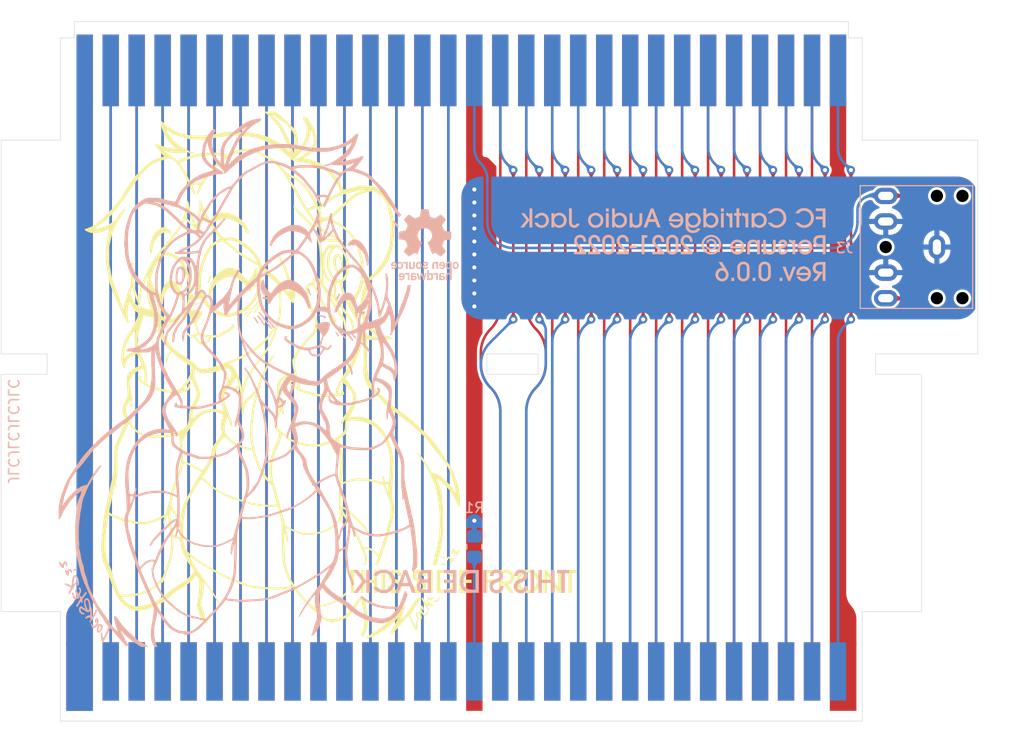
<source format=kicad_pcb>
(kicad_pcb (version 20211014) (generator pcbnew)
  (title_block (title "FC Cartridge Audio Jack") (date "2022-11-14") (rev "0.0.6") (company "Persune"))
  (layers (0 "F.Cu" mixed) (31 "B.Cu" mixed) (34 "B.Paste" user) (35 "F.Paste" user) (36 "B.SilkS" user "B.Silkscreen") (37 "F.SilkS" user "F.Silkscreen") (38 "B.Mask" user) (39 "F.Mask" user) (44 "Edge.Cuts" user))
  (net 0 "")
  (net 1 "/CPU_A11")
  (net 2 "/CPU_A10")
  (net 3 "/CPU_A9")
  (net 4 "/CPU_A8")
  (net 5 "/CPU_A7")
  (net 6 "/CPU_A6")
  (net 7 "/CPU_A5")
  (net 8 "/CPU_A4")
  (net 9 "/CPU_A3")
  (net 10 "/CPU_A2")
  (net 11 "/CPU_A1")
  (net 12 "/CPU_A0")
  (net 13 "/CPU_R~{W}")
  (net 14 "/~{IRQ}")
  (net 15 "/PPU_~{RD}")
  (net 16 "/CIRAM_A10")
  (net 17 "/PPU_A6")
  (net 18 "/PPU_A5")
  (net 19 "/PPU_A4")
  (net 20 "/PPU_A3")
  (net 21 "/PPU_A2")
  (net 22 "/PPU_A1")
  (net 23 "/PPU_A0")
  (net 24 "/PPU_D0")
  (net 25 "/PPU_D1")
  (net 26 "/PPU_D2")
  (net 27 "/PPU_D3")
  (net 28 "/M2")
  (net 29 "/CPU_A12")
  (net 30 "/CPU_A13")
  (net 31 "/CPU_A14")
  (net 32 "/CPU_D7")
  (net 33 "/CPU_D6")
  (net 34 "/CPU_D5")
  (net 35 "/CPU_D4")
  (net 36 "/CPU_D3")
  (net 37 "/CPU_D2")
  (net 38 "/CPU_D1")
  (net 39 "/CPU_D0")
  (net 40 "/~{ROMSEL}")
  (net 41 "/AUD_2A03")
  (net 42 "/PPU_~{WR}")
  (net 43 "/CIRAM_~{CE}")
  (net 44 "/PPU_~{A13}")
  (net 45 "/PPU_A7")
  (net 46 "/PPU_A8")
  (net 47 "/PPU_A9")
  (net 48 "/PPU_A10")
  (net 49 "/PPU_A11")
  (net 50 "/PPU_A12")
  (net 51 "/PPU_A13")
  (net 52 "/PPU_D7")
  (net 53 "/PPU_D6")
  (net 54 "/PPU_D5")
  (net 55 "/PPU_D4")
  (net 56 "/AUD_Output")
  (net 57 "GND")
  (net 58 "VCC")
  (net 59 "/AUD_RF")
  (footprint "FC-Cart-Jack:card edge" (layer "F.Cu") (at 127 80.9)
    (fp_text reference "J1")
    (fp_text value "ToCartridge")
    (fp_line (start 39.2 -10) (end 39.2 0) (layer "Edge.Cuts") (width 0.05))
    (fp_line (start -37.85 -10) (end -37.85 -11.5875) (layer "Edge.Cuts") (width 0.05))
    (fp_line (start 37.85 -11.5875) (end -37.85 -11.5875) (layer "Edge.Cuts") (width 0.05))
    (fp_line (start -39.2 -10) (end -37.85 -10) (layer "Edge.Cuts") (width 0.05))
    (fp_line (start 39.2 -10) (end 37.85 -10) (layer "Edge.Cuts") (width 0.05))
    (fp_line (start 45 0) (end 39.2 0) (layer "Edge.Cuts") (width 0.05))
    (fp_line (start -39.2 -10) (end -39.2 0) (layer "Edge.Cuts") (width 0.05))
    (fp_line (start 37.85 -10) (end 37.85 -11.5875) (layer "Edge.Cuts") (width 0.05))
    (fp_line (start -39.2 0) (end -45 0) (layer "Edge.Cuts") (width 0.05))
  )
  (footprint "FC-Cart-Jack:HVC-TGROM-01" (layer "F.Cu") (at 127 127)
    (fp_text reference "J2")
    (fp_text value "ToConsole")
    (fp_line (start -40.5 -23.2) (end -45 -23.2) (layer "Edge.Cuts") (width 0.05))
    (fp_line (start 45 -23.2) (end 40.5 -23.2) (layer "Edge.Cuts") (width 0.05))
    (fp_line (start 39.2 10.7) (end 39.2 0) (layer "Edge.Cuts") (width 0.05))
    (fp_line (start 45 0) (end 45 -23.2) (layer "Edge.Cuts") (width 0.05))
    (fp_line (start -45 -46.1) (end -45 -25.2) (layer "Edge.Cuts") (width 0.05))
    (fp_line (start 40.5 -25.2) (end 45 -25.2) (layer "Edge.Cuts") (width 0.05))
    (fp_line (start 39.2 0) (end 45 0) (layer "Edge.Cuts") (width 0.05))
    (fp_line (start -39.2 10.7) (end 39.2 10.7) (layer "Edge.Cuts") (width 0.05))
    (fp_line (start -40.5 -25.2) (end -40.5 -23.2) (layer "Edge.Cuts") (width 0.05))
    (fp_line (start -45 -23.2) (end -45 0) (layer "Edge.Cuts") (width 0.05))
    (fp_line (start -39.2 0) (end -39.2 10.7) (layer "Edge.Cuts") (width 0.05))
    (fp_line (start 40.5 -23.2) (end 40.5 -25.2) (layer "Edge.Cuts") (width 0.05))
    (fp_line (start -45 -25.2) (end -40.5 -25.2) (layer "Edge.Cuts") (width 0.05))
    (fp_line (start -45 0) (end -39.2 0) (layer "Edge.Cuts") (width 0.05))
  )
  (footprint "FC-Cart-Jack:FC-Cart-Jack-rounded-brd" (layer "F.Cu") (at 129.858 103.505)
    (fp_text reference "Ref**" hide)
    (fp_text value "Val**" hide)
  )
  (footprint "FC-Cart-Jack:SJ1-3524NG" (layer "B.Cu") (at 178 91.35 90)
    (fp_text reference "J3")
    (fp_text value "~")
  )
  (footprint "Resistor_SMD:R_0805_2012Metric_Pad1.20x1.40mm_HandSolder" (layer "B.Cu") (at 128.27 120.65 90)
    (fp_text reference "R1")
    (fp_text value "100K")
  )
  (gr_line (start 177.5 80.9) (end 177.5 101.8) (layer "Edge.Cuts") (width 0.05))
  (gr_line (start 129.5 101.8) (end 129.5 103.8) (layer "Edge.Cuts") (width 0.05))
  (gr_line (start 134.5 101.8) (end 129.5 101.8) (layer "Edge.Cuts") (width 0.05))
  (gr_line (start 134.5 103.8) (end 134.5 101.8) (layer "Edge.Cuts") (width 0.05))
  (gr_line (start 177.5 101.8) (end 172 101.8) (layer "Edge.Cuts") (width 0.05))
  (gr_line (start 177.5 80.9) (end 172 80.9) (layer "Edge.Cuts") (width 0.05))
  (gr_line (start 129.5 103.8) (end 134.5 103.8) (layer "Edge.Cuts") (width 0.05))
  (gr_text "JLCJLCJLCJLC" (at 83.185 109.3675 270) (layer "B.SilkS") (effects (font (size 1 1)) (justify mirror)))
  (segment (start 92.71 132.85) (end 92.71 74.075) (width 0.25) (layer "F.Cu") (net 1))
  (segment (start 95.25 74.075) (end 95.25 132.85) (width 0.25) (layer "F.Cu") (net 2))
  (segment (start 97.79 132.85) (end 97.79 74.075) (width 0.25) (layer "F.Cu") (net 3))
  (segment (start 100.33 74.075) (end 100.33 132.85) (width 0.25) (layer "F.Cu") (net 4))
  (segment (start 102.87 132.85) (end 102.87 74.075) (width 0.25) (layer "F.Cu") (net 5))
  (segment (start 105.41 74.075) (end 105.41 132.85) (width 0.25) (layer "F.Cu") (net 6))
  (segment (start 107.95 132.85) (end 107.95 74.075) (width 0.25) (layer "F.Cu") (net 7))
  (segment (start 110.49 74.075) (end 110.49 132.85) (width 0.25) (layer "F.Cu") (net 8))
  (segment (start 113.03 74.075) (end 113.03 132.85) (width 0.25) (layer "F.Cu") (net 9))
  (segment (start 115.57 132.85) (end 115.57 74.075) (width 0.25) (layer "F.Cu") (net 10))
  (segment (start 118.11 74.075) (end 118.11 132.85) (width 0.25) (layer "F.Cu") (net 11))
  (segment (start 120.65 132.85) (end 120.65 74.075) (width 0.25) (layer "F.Cu") (net 12))
  (segment (start 123.19 74.075) (end 123.19 132.85) (width 0.25) (layer "F.Cu") (net 13))
  (segment (start 125.73 132.85) (end 125.73 74.075) (width 0.25) (layer "F.Cu") (net 14))
  (segment (start 128.905 102.792961) (end 128.905 101.677038) (width 0.25) (layer "F.Cu") (net 15))
  (segment (start 130.81 107.392038) (end 130.81 132.85) (width 0.25) (layer "F.Cu") (net 15))
  (segment (start 130.81 97.077961) (end 130.81 74.075) (width 0.25) (layer "F.Cu") (net 15))
  (arc (start 129.8575 105.0925) (mid 130.562453 106.147537) (end 130.81 107.392038) (width 0.25) (layer "F.Cu") (net 15))
  (arc (start 130.81 97.077961) (mid 130.562453 98.322462) (end 129.8575 99.3775) (width 0.25) (layer "F.Cu") (net 15))
  (arc (start 128.905 102.792961) (mid 129.152546 104.037462) (end 129.8575 105.0925) (width 0.25) (layer "F.Cu") (net 15))
  (arc (start 129.8575 99.3775) (mid 129.152546 100.432537) (end 128.905 101.677038) (width 0.25) (layer "F.Cu") (net 15))
  (segment (start 133.35 107.392038) (end 133.35 132.85) (width 0.25) (layer "F.Cu") (net 16))
  (segment (start 135.255 101.677038) (end 135.255 102.792961) (width 0.25) (layer "F.Cu") (net 16))
  (segment (start 133.35 97.077961) (end 133.35 74.075) (width 0.25) (layer "F.Cu") (net 16))
  (arc (start 134.3025 105.0925) (mid 133.597546 106.147537) (end 133.35 107.392038) (width 0.25) (layer "F.Cu") (net 16))
  (arc (start 135.255 102.792961) (mid 135.007453 104.037462) (end 134.3025 105.0925) (width 0.25) (layer "F.Cu") (net 16))
  (arc (start 134.3025 99.3775) (mid 135.007453 100.432537) (end 135.255 101.677038) (width 0.25) (layer "F.Cu") (net 16))
  (arc (start 133.35 97.077961) (mid 133.597546 98.322462) (end 134.3025 99.3775) (width 0.25) (layer "F.Cu") (net 16))
  (segment (start 135.89 74.075) (end 135.89 132.85) (width 0.25) (layer "F.Cu") (net 17))
  (segment (start 138.43 132.85) (end 138.43 74.075) (width 0.25) (layer "F.Cu") (net 18))
  (segment (start 140.97 74.075) (end 140.97 132.85) (width 0.25) (layer "F.Cu") (net 19))
  (segment (start 143.51 132.85) (end 143.51 74.075) (width 0.25) (layer "F.Cu") (net 20))
  (segment (start 146.05 74.075) (end 146.05 132.85) (width 0.25) (layer "F.Cu") (net 21))
  (segment (start 148.59 132.85) (end 148.59 74.075) (width 0.25) (layer "F.Cu") (net 22))
  (segment (start 151.13 74.075) (end 151.13 132.85) (width 0.25) (layer "F.Cu") (net 23))
  (segment (start 153.67 132.85) (end 153.67 74.075) (width 0.25) (layer "F.Cu") (net 24))
  (segment (start 156.21 74.075) (end 156.21 132.85) (width 0.25) (layer "F.Cu") (net 25))
  (segment (start 158.75 132.85) (end 158.75 74.075) (width 0.25) (layer "F.Cu") (net 26))
  (segment (start 161.29 74.075) (end 161.29 132.85) (width 0.25) (layer "F.Cu") (net 27))
  (segment (start 92.71 132.85) (end 92.71 74.075) (width 0.25) (layer "B.Cu") (net 28))
  (segment (start 95.25 74.075) (end 95.25 132.85) (width 0.25) (layer "B.Cu") (net 29))
  (segment (start 97.79 132.85) (end 97.79 74.075) (width 0.25) (layer "B.Cu") (net 30))
  (segment (start 100.33 74.075) (end 100.33 132.85) (width 0.25) (layer "B.Cu") (net 31))
  (segment (start 102.87 132.85) (end 102.87 74.075) (width 0.25) (layer "B.Cu") (net 32))
  (segment (start 105.41 74.075) (end 105.41 132.85) (width 0.25) (layer "B.Cu") (net 33))
  (segment (start 107.95 132.85) (end 107.95 74.075) (width 0.25) (layer "B.Cu") (net 34))
  (segment (start 110.49 74.075) (end 110.49 132.85) (width 0.25) (layer "B.Cu") (net 35))
  (segment (start 113.03 132.85) (end 113.03 74.075) (width 0.25) (layer "B.Cu") (net 36))
  (segment (start 115.57 74.075) (end 115.57 132.85) (width 0.25) (layer "B.Cu") (net 37))
  (segment (start 118.11 132.85) (end 118.11 74.075) (width 0.25) (layer "B.Cu") (net 38))
  (segment (start 120.65 74.075) (end 120.65 132.85) (width 0.25) (layer "B.Cu") (net 39))
  (segment (start 123.19 132.85) (end 123.19 74.075) (width 0.25) (layer "B.Cu") (net 40))
  (segment (start 125.73 74.075) (end 125.73 132.85) (width 0.25) (layer "B.Cu") (net 41))
  (segment (start 132.08 83.82) (end 132.08 98.425) (width 0.25) (layer "F.Cu") (net 42))
  (via (at 132.08 83.82) (size 0.8) (drill 0.4) (layers "F.Cu" "B.Cu") (net 42))
  (via (at 132.08 98.425) (size 0.8) (drill 0.4) (layers "F.Cu" "B.Cu") (net 42))
  (segment (start 129.803025 100.701974) (end 132.08 98.425) (width 0.25) (layer "B.Cu") (net 42))
  (segment (start 129.803025 105.038025) (end 129.8575 105.0925) (width 0.25) (layer "B.Cu") (net 42))
  (segment (start 131.445 83.185) (end 132.08 83.82) (width 0.25) (layer "B.Cu") (net 42))
  (segment (start 130.81 81.651974) (end 130.81 74.075) (width 0.25) (layer "B.Cu") (net 42))
  (segment (start 130.81 107.392038) (end 130.81 132.85) (width 0.25) (layer "B.Cu") (net 42))
  (arc (start 129.8575 105.0925) (mid 130.562453 106.147537) (end 130.81 107.392038) (width 0.25) (layer "B.Cu") (net 42))
  (arc (start 130.81 81.651974) (mid 130.975031 82.481641) (end 131.445 83.185) (width 0.25) (layer "B.Cu") (net 42))
  (arc (start 129.803025 100.701974) (mid 129.138389 101.696672) (end 128.905 102.87) (width 0.25) (layer "B.Cu") (net 42))
  (arc (start 128.905 102.87) (mid 129.138389 104.043326) (end 129.803025 105.038025) (width 0.25) (layer "B.Cu") (net 42))
  (segment (start 134.62 83.82) (end 134.62 98.425) (width 0.25) (layer "F.Cu") (net 43))
  (via (at 134.62 83.82) (size 0.8) (drill 0.4) (layers "F.Cu" "B.Cu") (net 43))
  (via (at 134.62 98.425) (size 0.8) (drill 0.4) (layers "F.Cu" "B.Cu") (net 43))
  (segment (start 133.35 81.651974) (end 133.35 74.075) (width 0.25) (layer "B.Cu") (net 43))
  (segment (start 133.35 107.392038) (end 133.35 132.85) (width 0.25) (layer "B.Cu") (net 43))
  (segment (start 134.9375 98.7425) (end 134.62 98.425) (width 0.25) (layer "B.Cu") (net 43))
  (segment (start 135.255 102.792961) (end 135.255 99.509012) (width 0.25) (layer "B.Cu") (net 43))
  (segment (start 133.985 83.185) (end 134.62 83.82) (width 0.25) (layer "B.Cu") (net 43))
  (arc (start 134.3025 105.0925) (mid 133.597546 106.147537) (end 133.35 107.392038) (width 0.25) (layer "B.Cu") (net 43))
  (arc (start 133.35 81.651974) (mid 133.515031 82.481641) (end 133.985 83.185) (width 0.25) (layer "B.Cu") (net 43))
  (arc (start 134.9375 98.7425) (mid 135.172484 99.094178) (end 135.255 99.509012) (width 0.25) (layer "B.Cu") (net 43))
  (arc (start 135.255 102.792961) (mid 135.007453 104.037462) (end 134.3025 105.0925) (width 0.25) (layer "B.Cu") (net 43))
  (segment (start 137.16 83.82) (end 137.16 98.425) (width 0.25) (layer "F.Cu") (net 44))
  (via (at 137.16 83.82) (size 0.8) (drill 0.4) (layers "F.Cu" "B.Cu") (net 44))
  (via (at 137.16 98.425) (size 0.8) (drill 0.4) (layers "F.Cu" "B.Cu") (net 44))
  (segment (start 135.89 100.593025) (end 135.89 132.85) (width 0.25) (layer "B.Cu") (net 44))
  (segment (start 135.89 81.651974) (end 135.89 74.075) (width 0.25) (layer "B.Cu") (net 44))
  (segment (start 136.525 99.06) (end 137.16 98.425) (width 0.25) (layer "B.Cu") (net 44))
  (segment (start 137.16 83.82) (end 136.525 83.185) (width 0.25) (layer "B.Cu") (net 44))
  (arc (start 135.89 81.651974) (mid 136.055031 82.481641) (end 136.525 83.185) (width 0.25) (layer "B.Cu") (net 44))
  (arc (start 136.525 99.06) (mid 136.055031 99.763357) (end 135.89 100.593025) (width 0.25) (layer "B.Cu") (net 44))
  (segment (start 139.7 98.425) (end 139.7 83.82) (width 0.25) (layer "F.Cu") (net 45))
  (via (at 139.7 98.425) (size 0.8) (drill 0.4) (layers "F.Cu" "B.Cu") (net 45))
  (via (at 139.7 83.82) (size 0.8) (drill 0.4) (layers "F.Cu" "B.Cu") (net 45))
  (segment (start 138.43 81.651974) (end 138.43 74.075) (width 0.25) (layer "B.Cu") (net 45))
  (segment (start 139.7 98.425) (end 139.065 99.06) (width 0.25) (layer "B.Cu") (net 45))
  (segment (start 138.43 100.593025) (end 138.43 132.85) (width 0.25) (layer "B.Cu") (net 45))
  (segment (start 139.065 83.185) (end 139.7 83.82) (width 0.25) (layer "B.Cu") (net 45))
  (arc (start 139.065 99.06) (mid 138.595031 99.763357) (end 138.43 100.593025) (width 0.25) (layer "B.Cu") (net 45))
  (arc (start 138.43 81.651974) (mid 138.595031 82.481641) (end 139.065 83.185) (width 0.25) (layer "B.Cu") (net 45))
  (segment (start 142.24 98.425) (end 142.24 83.82) (width 0.25) (layer "F.Cu") (net 46))
  (via (at 142.24 83.82) (size 0.8) (drill 0.4) (layers "F.Cu" "B.Cu") (net 46))
  (via (at 142.24 98.425) (size 0.8) (drill 0.4) (layers "F.Cu" "B.Cu") (net 46))
  (segment (start 142.24 98.425) (end 141.605 99.06) (width 0.25) (layer "B.Cu") (net 46))
  (segment (start 140.97 81.651974) (end 140.97 74.075) (width 0.25) (layer "B.Cu") (net 46))
  (segment (start 141.605 83.185) (end 142.24 83.82) (width 0.25) (layer "B.Cu") (net 46))
  (segment (start 140.97 100.593025) (end 140.97 132.85) (width 0.25) (layer "B.Cu") (net 46))
  (arc (start 141.605 99.06) (mid 141.135031 99.763357) (end 140.97 100.593025) (width 0.25) (layer "B.Cu") (net 46))
  (arc (start 140.97 81.651974) (mid 141.135031 82.481641) (end 141.605 83.185) (width 0.25) (layer "B.Cu") (net 46))
  (segment (start 144.78 98.425) (end 144.78 83.82) (width 0.25) (layer "F.Cu") (net 47))
  (via (at 144.78 83.82) (size 0.8) (drill 0.4) (layers "F.Cu" "B.Cu") (net 47))
  (via (at 144.78 98.425) (size 0.8) (drill 0.4) (layers "F.Cu" "B.Cu") (net 47))
  (segment (start 143.51 81.651974) (end 143.51 74.075) (width 0.25) (layer "B.Cu") (net 47))
  (segment (start 144.145 83.185) (end 144.78 83.82) (width 0.25) (layer "B.Cu") (net 47))
  (segment (start 144.145 99.06) (end 144.78 98.425) (width 0.25) (layer "B.Cu") (net 47))
  (segment (start 143.51 100.593025) (end 143.51 132.85) (width 0.25) (layer "B.Cu") (net 47))
  (arc (start 144.145 99.06) (mid 143.675031 99.763357) (end 143.51 100.593025) (width 0.25) (layer "B.Cu") (net 47))
  (arc (start 143.51 81.651974) (mid 143.675031 82.481641) (end 144.145 83.185) (width 0.25) (layer "B.Cu") (net 47))
  (segment (start 147.32 83.82) (end 147.32 98.425) (width 0.25) (layer "F.Cu") (net 48))
  (via (at 147.32 98.425) (size 0.8) (drill 0.4) (layers "F.Cu" "B.Cu") (net 48))
  (via (at 147.32 83.82) (size 0.8) (drill 0.4) (layers "F.Cu" "B.Cu") (net 48))
  (segment (start 146.05 81.651974) (end 146.05 74.075) (width 0.25) (layer "B.Cu") (net 48))
  (segment (start 146.05 100.593025) (end 146.05 132.85) (width 0.25) (layer "B.Cu") (net 48))
  (segment (start 146.685 83.185) (end 147.32 83.82) (width 0.25) (layer "B.Cu") (net 48))
  (segment (start 146.685 99.06) (end 147.32 98.425) (width 0.25) (layer "B.Cu") (net 48))
  (arc (start 146.685 99.06) (mid 146.215031 99.763357) (end 146.05 100.593025) (width 0.25) (layer "B.Cu") (net 48))
  (arc (start 146.05 81.651974) (mid 146.215031 82.481641) (end 146.685 83.185) (width 0.25) (layer "B.Cu") (net 48))
  (segment (start 149.86 83.82) (end 149.86 98.425) (width 0.25) (layer "F.Cu") (net 49))
  (via (at 149.86 83.82) (size 0.8) (drill 0.4) (layers "F.Cu" "B.Cu") (net 49))
  (via (at 149.86 98.425) (size 0.8) (drill 0.4) (layers "F.Cu" "B.Cu") (net 49))
  (segment (start 149.225 83.185) (end 149.86 83.82) (width 0.25) (layer "B.Cu") (net 49))
  (segment (start 149.225 99.06) (end 149.86 98.425) (width 0.25) (layer "B.Cu") (net 49))
  (segment (start 148.59 100.593025) (end 148.59 132.85) (width 0.25) (layer "B.Cu") (net 49))
  (segment (start 148.59 81.651974) (end 148.59 74.075) (width 0.25) (layer "B.Cu") (net 49))
  (arc (start 149.225 99.06) (mid 148.755031 99.763357) (end 148.59 100.593025) (width 0.25) (layer "B.Cu") (net 49))
  (arc (start 148.59 81.651974) (mid 148.755031 82.481641) (end 149.225 83.185) (width 0.25) (layer "B.Cu") (net 49))
  (segment (start 152.4 83.82) (end 152.4 98.425) (width 0.25) (layer "F.Cu") (net 50))
  (via (at 152.4 98.425) (size 0.8) (drill 0.4) (layers "F.Cu" "B.Cu") (net 50))
  (via (at 152.4 83.82) (size 0.8) (drill 0.4) (layers "F.Cu" "B.Cu") (net 50))
  (segment (start 151.13 81.651974) (end 151.13 74.075) (width 0.25) (layer "B.Cu") (net 50))
  (segment (start 152.4 98.425) (end 151.765 99.06) (width 0.25) (layer "B.Cu") (net 50))
  (segment (start 151.13 100.593025) (end 151.13 132.85) (width 0.25) (layer "B.Cu") (net 50))
  (segment (start 152.4 83.82) (end 151.765 83.185) (width 0.25) (layer "B.Cu") (net 50))
  (arc (start 151.13 81.651974) (mid 151.295031 82.481641) (end 151.765 83.185) (width 0.25) (layer "B.Cu") (net 50))
  (arc (start 151.765 99.06) (mid 151.295031 99.763357) (end 151.13 100.593025) (width 0.25) (layer "B.Cu") (net 50))
  (segment (start 154.94 83.82) (end 154.94 98.425) (width 0.25) (layer "F.Cu") (net 51))
  (via (at 154.94 83.82) (size 0.8) (drill 0.4) (layers "F.Cu" "B.Cu") (net 51))
  (via (at 154.94 98.425) (size 0.8) (drill 0.4) (layers "F.Cu" "B.Cu") (net 51))
  (segment (start 154.305 99.06) (end 154.94 98.425) (width 0.25) (layer "B.Cu") (net 51))
  (segment (start 153.67 81.651974) (end 153.67 74.075) (width 0.25) (layer "B.Cu") (net 51))
  (segment (start 154.94 83.82) (end 154.305 83.185) (width 0.25) (layer "B.Cu") (net 51))
  (segment (start 153.67 100.593025) (end 153.67 132.85) (width 0.25) (layer "B.Cu") (net 51))
  (arc (start 153.67 81.651974) (mid 153.835031 82.481641) (end 154.305 83.185) (width 0.25) (layer "B.Cu") (net 51))
  (arc (start 154.305 99.06) (mid 153.835031 99.763357) (end 153.67 100.593025) (width 0.25) (layer "B.Cu") (net 51))
  (segment (start 157.48 98.425) (end 157.48 83.82) (width 0.25) (layer "F.Cu") (net 52))
  (via (at 157.48 98.425) (size 0.8) (drill 0.4) (layers "F.Cu" "B.Cu") (net 52))
  (via (at 157.48 83.82) (size 0.8) (drill 0.4) (layers "F.Cu" "B.Cu") (net 52))
  (segment (start 157.48 83.82) (end 156.845 83.185) (width 0.25) (layer "B.Cu") (net 52))
  (segment (start 156.21 81.651974) (end 156.21 74.075) (width 0.25) (layer "B.Cu") (net 52))
  (segment (start 156.21 100.593025) (end 156.21 132.85) (width 0.25) (layer "B.Cu") (net 52))
  (segment (start 157.48 98.425) (end 156.845 99.06) (width 0.25) (layer "B.Cu") (net 52))
  (arc (start 156.845 99.06) (mid 156.375031 99.763357) (end 156.21 100.593025) (width 0.25) (layer "B.Cu") (net 52))
  (arc (start 156.21 81.651974) (mid 156.375031 82.481641) (end 156.845 83.185) (width 0.25) (layer "B.Cu") (net 52))
  (segment (start 160.02 98.425) (end 160.02 83.82) (width 0.25) (layer "F.Cu") (net 53))
  (via (at 160.02 98.425) (size 0.8) (drill 0.4) (layers "F.Cu" "B.Cu") (net 53))
  (via (at 160.02 83.82) (size 0.8) (drill 0.4) (layers "F.Cu" "B.Cu") (net 53))
  (segment (start 158.75 81.651974) (end 158.75 74.075) (width 0.25) (layer "B.Cu") (net 53))
  (segment (start 158.75 100.593025) (end 158.75 132.85) (width 0.25) (layer "B.Cu") (net 53))
  (segment (start 159.385 83.185) (end 160.02 83.82) (width 0.25) (layer "B.Cu") (net 53))
  (segment (start 160.02 98.425) (end 159.385 99.06) (width 0.25) (layer "B.Cu") (net 53))
  (arc (start 158.75 81.651974) (mid 158.915031 82.481641) (end 159.385 83.185) (width 0.25) (layer "B.Cu") (net 53))
  (arc (start 159.385 99.06) (mid 158.915031 99.763357) (end 158.75 100.593025) (width 0.25) (layer "B.Cu") (net 53))
  (segment (start 162.56 98.425) (end 162.56 83.82) (width 0.25) (layer "F.Cu") (net 54))
  (via (at 162.56 83.82) (size 0.8) (drill 0.4) (layers "F.Cu" "B.Cu") (net 54))
  (via (at 162.56 98.425) (size 0.8) (drill 0.4) (layers "F.Cu" "B.Cu") (net 54))
  (segment (start 161.29 100.593025) (end 161.29 132.85) (width 0.25) (layer "B.Cu") (net 54))
  (segment (start 161.925 83.185) (end 162.56 83.82) (width 0.25) (layer "B.Cu") (net 54))
  (segment (start 161.29 81.651974) (end 161.29 74.075) (width 0.25) (layer "B.Cu") (net 54))
  (segment (start 162.56 98.425) (end 161.925 99.06) (width 0.25) (layer "B.Cu") (net 54))
  (arc (start 161.925 99.06) (mid 161.455031 99.763357) (end 161.29 100.593025) (width 0.25) (layer "B.Cu") (net 54))
  (arc (start 161.29 81.651974) (mid 161.455031 82.481641) (end 161.925 83.185) (width 0.25) (layer "B.Cu") (net 54))
  (segment (start 165.1 83.82) (end 165.1 98.425) (width 0.25) (layer "F.Cu") (net 55))
  (via (at 165.1 98.425) (size 0.8) (drill 0.4) (layers "F.Cu" "B.Cu") (net 55))
  (via (at 165.1 83.82) (size 0.8) (drill 0.4) (layers "F.Cu" "B.Cu") (net 55))
  (segment (start 163.83 81.651974) (end 163.83 74.075) (width 0.25) (layer "B.Cu") (net 55))
  (segment (start 165.1 83.82) (end 164.465 83.185) (width 0.25) (layer "B.Cu") (net 55))
  (segment (start 165.1 98.425) (end 164.465 99.06) (width 0.25) (layer "B.Cu") (net 55))
  (segment (start 163.83 100.593025) (end 163.83 132.85) (width 0.25) (layer "B.Cu") (net 55))
  (arc (start 164.465 99.06) (mid 163.995031 99.763357) (end 163.83 100.593025) (width 0.25) (layer "B.Cu") (net 55))
  (arc (start 163.83 81.651974) (mid 163.995031 82.481641) (end 164.465 83.185) (width 0.25) (layer "B.Cu") (net 55))
  (segment (start 170.815 87.5075) (end 170.815 95.1925) (width 0.25) (layer "F.Cu") (net 56))
  (segment (start 169.6575 96.35) (end 168.5 96.35) (width 0.25) (layer "F.Cu") (net 56))
  (segment (start 169.6575 86.35) (end 168.5 86.35) (width 0.25) (layer "F.Cu") (net 56))
  (arc (start 170.815 87.5075) (mid 170.475976 86.689023) (end 169.6575 86.35) (width 0.25) (layer "F.Cu") (net 56))
  (arc (start 170.815 95.1925) (mid 170.475976 96.010976) (end 169.6575 96.35) (width 0.25) (layer "F.Cu") (net 56))
  (segment (start 129.54 88.9) (end 129.54 84.718025) (width 0.25) (layer "B.Cu") (net 56))
  (segment (start 165.735 88.9) (end 165.735 87.7325) (width 0.25) (layer "B.Cu") (net 56))
  (segment (start 128.27 81.651974) (end 128.27 74.075) (width 0.25) (layer "B.Cu") (net 56))
  (segment (start 167.1175 86.35) (end 168.5 86.35) (width 0.25) (layer "B.Cu") (net 56))
  (segment (start 132.079999 91.44) (end 163.195 91.44) (width 0.25) (layer "B.Cu") (net 56))
  (arc (start 167.1175 86.35) (mid 166.139924 86.754924) (end 165.735 87.7325) (width 0.25) (layer "B.Cu") (net 56))
  (arc (start 128.27 81.651974) (mid 128.435031 82.481641) (end 128.905 83.185) (width 0.25) (layer "B.Cu") (net 56))
  (arc (start 128.905 83.185) (mid 129.374968 83.888357) (end 129.54 84.718025) (width 0.25) (layer "B.Cu") (net 56))
  (arc (start 165.735 88.9) (mid 164.991051 90.696051) (end 163.195 91.44) (width 0.25) (layer "B.Cu") (net 56))
  (arc (start 129.54 88.9) (mid 130.283948 90.696051) (end 132.079999 91.44) (width 0.25) (layer "B.Cu") (net 56))
  (via (at 128.27 86.995) (size 0.8) (drill 0.4) (layers "F.Cu" "B.Cu") (net 57))
  (via (at 128.27 88.265) (size 0.8) (drill 0.4) (layers "F.Cu" "B.Cu") (net 57))
  (via (at 128.27 90.805) (size 0.8) (drill 0.4) (layers "F.Cu" "B.Cu") (net 57))
  (via (at 128.27 94.615) (size 0.8) (drill 0.4) (layers "F.Cu" "B.Cu") (net 57))
  (via (at 128.27 118.11) (size 0.8) (drill 0.4) (layers "F.Cu" "B.Cu") (net 57))
  (via (at 128.27 85.725) (size 0.8) (drill 0.4) (layers "F.Cu" "B.Cu") (net 57))
  (via (at 128.27 89.535) (size 0.8) (drill 0.4) (layers "F.Cu" "B.Cu") (net 57))
  (via (at 128.27 93.345) (size 0.8) (drill 0.4) (layers "F.Cu" "B.Cu") (net 57))
  (via (at 128.27 92.075) (size 0.8) (drill 0.4) (layers "F.Cu" "B.Cu") (net 57))
  (via (at 128.27 97.155) (size 0.8) (drill 0.4) (layers "F.Cu" "B.Cu") (net 57))
  (via (at 128.27 95.885) (size 0.8) (drill 0.4) (layers "F.Cu" "B.Cu") (net 57))
  (segment (start 128.27 121.65) (end 128.27 132.85) (width 0.25) (layer "B.Cu") (net 59))
  (zone (net 46) (net_name "/PPU_A8") (layer "F.Cu") (priority 16962) (connect_pads yes (clearance 0)) (min_thickness 0.0254) (fill yes (thermal_gap 0.508) (thermal_bridge_width 0.508))
    (polygon (pts (xy 142.115 97.635) (xy 142.111733 97.725461) (xy 142.102341 97.801222) (xy 142.087435 97.865389) (xy 142.067625 97.921064) (xy 142.043523 97.971352) (xy 142.015738 98.019359) (xy 141.984883 98.068187) (xy 141.951567 98.120941) (xy 141.916403 98.180725) (xy 141.88 98.250645) (xy 142.24 98.625) (xy 142.6 98.250645) (xy 142.563596 98.180725) (xy 142.528432 98.120941) (xy 142.495116 98.068187) (xy 142.464261 98.019359) (xy 142.436476 97.971352) (xy 142.412374 97.921064) (xy 142.392564 97.865389) (xy 142.377658 97.801222) (xy 142.368266 97.725461) (xy 142.365 97.635)))
  )
  (zone (net 10) (net_name "/CPU_A2") (layer "F.Cu") (priority 16962) (connect_pads yes (clearance 0)) (min_thickness 0.0254) (fill yes (thermal_gap 0.508) (thermal_bridge_width 0.508))
    (polygon (pts (xy 115.695 75.665) (xy 115.704519 75.477738) (xy 115.731492 75.324031) (xy 115.773538 75.196555) (xy 115.828278 75.087991) (xy 115.893331 74.991015) (xy 115.966317 74.898306) (xy 116.044857 74.802543) (xy 116.126571 74.696404) (xy 116.209078 74.572567) (xy 116.29 74.423711) (xy 115.57 73.675) (xy 114.85 74.423711) (xy 114.930921 74.572567) (xy 115.013428 74.696404) (xy 115.095142 74.802543) (xy 115.173682 74.898306) (xy 115.246668 74.991015) (xy 115.311721 75.087991) (xy 115.366461 75.196555) (xy 115.408507 75.324031) (xy 115.43548 75.477738) (xy 115.445 75.665)))
  )
  (zone (net 9) (net_name "/CPU_A3") (layer "F.Cu") (priority 16962) (connect_pads yes (clearance 0)) (min_thickness 0.0254) (fill yes (thermal_gap 0.508) (thermal_bridge_width 0.508))
    (polygon (pts (xy 113.155 75.665) (xy 113.164519 75.477738) (xy 113.191492 75.324031) (xy 113.233538 75.196555) (xy 113.288278 75.087991) (xy 113.353331 74.991015) (xy 113.426317 74.898306) (xy 113.504857 74.802543) (xy 113.586571 74.696404) (xy 113.669078 74.572567) (xy 113.75 74.423711) (xy 113.03 73.675) (xy 112.31 74.423711) (xy 112.390921 74.572567) (xy 112.473428 74.696404) (xy 112.555142 74.802543) (xy 112.633682 74.898306) (xy 112.706668 74.991015) (xy 112.771721 75.087991) (xy 112.826461 75.196555) (xy 112.868507 75.324031) (xy 112.89548 75.477738) (xy 112.905 75.665)))
  )
  (zone (net 25) (net_name "/PPU_D1") (layer "F.Cu") (priority 16962) (connect_pads yes (clearance 0)) (min_thickness 0.0254) (fill yes (thermal_gap 0.508) (thermal_bridge_width 0.508))
    (polygon (pts (xy 156.335 75.665) (xy 156.344519 75.477738) (xy 156.371492 75.324031) (xy 156.413538 75.196555) (xy 156.468278 75.087991) (xy 156.533331 74.991015) (xy 156.606317 74.898306) (xy 156.684857 74.802543) (xy 156.766571 74.696404) (xy 156.849078 74.572567) (xy 156.93 74.423711) (xy 156.21 73.675) (xy 155.49 74.423711) (xy 155.570921 74.572567) (xy 155.653428 74.696404) (xy 155.735142 74.802543) (xy 155.813682 74.898306) (xy 155.886668 74.991015) (xy 155.951721 75.087991) (xy 156.006461 75.196555) (xy 156.048507 75.324031) (xy 156.07548 75.477738) (xy 156.085 75.665)))
  )
  (zone (net 5) (net_name "/CPU_A7") (layer "F.Cu") (priority 16962) (connect_pads yes (clearance 0)) (min_thickness 0.0254) (fill yes (thermal_gap 0.508) (thermal_bridge_width 0.508))
    (polygon (pts (xy 102.995 75.665) (xy 103.004519 75.477738) (xy 103.031492 75.324031) (xy 103.073538 75.196555) (xy 103.128278 75.087991) (xy 103.193331 74.991015) (xy 103.266317 74.898306) (xy 103.344857 74.802543) (xy 103.426571 74.696404) (xy 103.509078 74.572567) (xy 103.59 74.423711) (xy 102.87 73.675) (xy 102.15 74.423711) (xy 102.230921 74.572567) (xy 102.313428 74.696404) (xy 102.395142 74.802543) (xy 102.473682 74.898306) (xy 102.546668 74.991015) (xy 102.611721 75.087991) (xy 102.666461 75.196555) (xy 102.708507 75.324031) (xy 102.73548 75.477738) (xy 102.745 75.665)))
  )
  (zone (net 21) (net_name "/PPU_A2") (layer "F.Cu") (priority 16962) (connect_pads yes (clearance 0)) (min_thickness 0.0254) (fill yes (thermal_gap 0.508) (thermal_bridge_width 0.508))
    (polygon (pts (xy 146.175 75.665) (xy 146.184519 75.477738) (xy 146.211492 75.324031) (xy 146.253538 75.196555) (xy 146.308278 75.087991) (xy 146.373331 74.991015) (xy 146.446317 74.898306) (xy 146.524857 74.802543) (xy 146.606571 74.696404) (xy 146.689078 74.572567) (xy 146.77 74.423711) (xy 146.05 73.675) (xy 145.33 74.423711) (xy 145.410921 74.572567) (xy 145.493428 74.696404) (xy 145.575142 74.802543) (xy 145.653682 74.898306) (xy 145.726668 74.991015) (xy 145.791721 75.087991) (xy 145.846461 75.196555) (xy 145.888507 75.324031) (xy 145.91548 75.477738) (xy 145.925 75.665)))
  )
  (zone (net 58) (net_name "VCC") (layer "F.Cu") (priority 2) (connect_pads yes (clearance 0.254)) (min_thickness 0.254) (fill yes (thermal_gap 0.508) (thermal_bridge_width 0.508) (smoothing fillet) (radius 2))
    (polygon (pts (xy 164.63 125.909871) (xy 165.63 127) (xy 165.63 131.36) (xy 163.03 131.36) (xy 163.03 76.307) (xy 164.63 76.307)))
  )
  (zone (net 44) (net_name "/PPU_~{A13}") (layer "F.Cu") (priority 16962) (connect_pads yes (clearance 0)) (min_thickness 0.0254) (fill yes (thermal_gap 0.508) (thermal_bridge_width 0.508))
    (polygon (pts (xy 137.035 97.635) (xy 137.031733 97.725461) (xy 137.022341 97.801222) (xy 137.007435 97.865389) (xy 136.987625 97.921064) (xy 136.963523 97.971352) (xy 136.935738 98.019359) (xy 136.904883 98.068187) (xy 136.871567 98.120941) (xy 136.836403 98.180725) (xy 136.8 98.250645) (xy 137.16 98.625) (xy 137.52 98.250645) (xy 137.483596 98.180725) (xy 137.448432 98.120941) (xy 137.415116 98.068187) (xy 137.384261 98.019359) (xy 137.356476 97.971352) (xy 137.332374 97.921064) (xy 137.312564 97.865389) (xy 137.297658 97.801222) (xy 137.288266 97.725461) (xy 137.285 97.635)))
  )
  (zone (net 12) (net_name "/CPU_A0") (layer "F.Cu") (priority 16962) (connect_pads yes (clearance 0)) (min_thickness 0.0254) (fill yes (thermal_gap 0.508) (thermal_bridge_width 0.508))
    (polygon (pts (xy 120.775 75.665) (xy 120.784519 75.477738) (xy 120.811492 75.324031) (xy 120.853538 75.196555) (xy 120.908278 75.087991) (xy 120.973331 74.991015) (xy 121.046317 74.898306) (xy 121.124857 74.802543) (xy 121.206571 74.696404) (xy 121.289078 74.572567) (xy 121.37 74.423711) (xy 120.65 73.675) (xy 119.93 74.423711) (xy 120.010921 74.572567) (xy 120.093428 74.696404) (xy 120.175142 74.802543) (xy 120.253682 74.898306) (xy 120.326668 74.991015) (xy 120.391721 75.087991) (xy 120.446461 75.196555) (xy 120.488507 75.324031) (xy 120.51548 75.477738) (xy 120.525 75.665)))
  )
  (zone (net 48) (net_name "/PPU_A10") (layer "F.Cu") (priority 16962) (connect_pads yes (clearance 0)) (min_thickness 0.0254) (fill yes (thermal_gap 0.508) (thermal_bridge_width 0.508))
    (polygon (pts (xy 147.445 84.61) (xy 147.448266 84.519538) (xy 147.457658 84.443777) (xy 147.472564 84.37961) (xy 147.492374 84.323935) (xy 147.516476 84.273647) (xy 147.544261 84.22564) (xy 147.575116 84.176812) (xy 147.608432 84.124058) (xy 147.643596 84.064274) (xy 147.68 83.994355) (xy 147.32 83.62) (xy 146.96 83.994355) (xy 146.996403 84.064274) (xy 147.031567 84.124058) (xy 147.064883 84.176812) (xy 147.095738 84.22564) (xy 147.123523 84.273647) (xy 147.147625 84.323935) (xy 147.167435 84.37961) (xy 147.182341 84.443777) (xy 147.191733 84.519538) (xy 147.195 84.61)))
  )
  (zone (net 51) (net_name "/PPU_A13") (layer "F.Cu") (priority 16962) (connect_pads yes (clearance 0)) (min_thickness 0.0254) (fill yes (thermal_gap 0.508) (thermal_bridge_width 0.508))
    (polygon (pts (xy 155.065 84.61) (xy 155.068266 84.519538) (xy 155.077658 84.443777) (xy 155.092564 84.37961) (xy 155.112374 84.323935) (xy 155.136476 84.273647) (xy 155.164261 84.22564) (xy 155.195116 84.176812) (xy 155.228432 84.124058) (xy 155.263596 84.064274) (xy 155.3 83.994355) (xy 154.94 83.62) (xy 154.58 83.994355) (xy 154.616403 84.064274) (xy 154.651567 84.124058) (xy 154.684883 84.176812) (xy 154.715738 84.22564) (xy 154.743523 84.273647) (xy 154.767625 84.323935) (xy 154.787435 84.37961) (xy 154.802341 84.443777) (xy 154.811733 84.519538) (xy 154.815 84.61)))
  )
  (zone (net 56) (net_name "/AUD_Output") (layer "F.Cu") (priority 16962) (connect_pads yes (clearance 0)) (min_thickness 0.0254) (fill yes (thermal_gap 0.508) (thermal_bridge_width 0.508))
    (polygon (pts (xy 170.315636 95.988059) (xy 170.149372 96.102809) (xy 169.997189 96.163469) (xy 169.855438 96.177776) (xy 169.720469 96.153467) (xy 169.588633 96.098281) (xy 169.45628 96.019955) (xy 169.319761 95.926226) (xy 169.175426 95.824832) (xy 169.019626 95.723511) (xy 168.848711 95.63) (xy 168.1 96.35) (xy 169.009935 96.966413) (xy 169.170853 96.845226) (xy 169.317608 96.756217) (xy 169.45431 96.690869) (xy 169.58507 96.640668) (xy 169.713996 96.597098) (xy 169.8452 96.551644) (xy 169.982791 96.495792) (xy 170.13088 96.421024) (xy 170.293576 96.318828) (xy 170.47499 96.180687)))
  )
  (zone (net 57) (net_name "GND") (layer "F.Cu") (priority 1) (connect_pads yes (clearance 0.254)) (min_thickness 0.254) (fill yes (thermal_gap 0.508) (thermal_bridge_width 0.508) (smoothing fillet) (radius 2))
    (polygon (pts (xy 129.07 82.55) (xy 129.54 82.55) (xy 130.81 83.82) (xy 130.81 92.075) (xy 129.54 93.345) (xy 129.07 93.345) (xy 129.07 131.4) (xy 127.47 131.4) (xy 127.47 76.66) (xy 129.07 76.66)))
  )
  (zone (net 14) (net_name "/~{IRQ}") (layer "F.Cu") (priority 16962) (connect_pads yes (clearance 0)) (min_thickness 0.0254) (fill yes (thermal_gap 0.508) (thermal_bridge_width 0.508))
    (polygon (pts (xy 125.855 75.665) (xy 125.864519 75.477738) (xy 125.891492 75.324031) (xy 125.933538 75.196555) (xy 125.988278 75.087991) (xy 126.053331 74.991015) (xy 126.126317 74.898306) (xy 126.204857 74.802543) (xy 126.286571 74.696404) (xy 126.369078 74.572567) (xy 126.45 74.423711) (xy 125.73 73.675) (xy 125.01 74.423711) (xy 125.090921 74.572567) (xy 125.173428 74.696404) (xy 125.255142 74.802543) (xy 125.333682 74.898306) (xy 125.406668 74.991015) (xy 125.471721 75.087991) (xy 125.526461 75.196555) (xy 125.568507 75.324031) (xy 125.59548 75.477738) (xy 125.605 75.665)))
  )
  (zone (net 55) (net_name "/PPU_D4") (layer "F.Cu") (priority 16962) (connect_pads yes (clearance 0)) (min_thickness 0.0254) (fill yes (thermal_gap 0.508) (thermal_bridge_width 0.508))
    (polygon (pts (xy 164.975 97.635) (xy 164.971733 97.725461) (xy 164.962341 97.801222) (xy 164.947435 97.865389) (xy 164.927625 97.921064) (xy 164.903523 97.971352) (xy 164.875738 98.019359) (xy 164.844883 98.068187) (xy 164.811567 98.120941) (xy 164.776403 98.180725) (xy 164.74 98.250645) (xy 165.1 98.625) (xy 165.46 98.250645) (xy 165.423596 98.180725) (xy 165.388432 98.120941) (xy 165.355116 98.068187) (xy 165.324261 98.019359) (xy 165.296476 97.971352) (xy 165.272374 97.921064) (xy 165.252564 97.865389) (xy 165.237658 97.801222) (xy 165.228266 97.725461) (xy 165.225 97.635)))
  )
  (zone (net 49) (net_name "/PPU_A11") (layer "F.Cu") (priority 16962) (connect_pads yes (clearance 0)) (min_thickness 0.0254) (fill yes (thermal_gap 0.508) (thermal_bridge_width 0.508))
    (polygon (pts (xy 149.985 84.61) (xy 149.988266 84.519538) (xy 149.997658 84.443777) (xy 150.012564 84.37961) (xy 150.032374 84.323935) (xy 150.056476 84.273647) (xy 150.084261 84.22564) (xy 150.115116 84.176812) (xy 150.148432 84.124058) (xy 150.183596 84.064274) (xy 150.22 83.994355) (xy 149.86 83.62) (xy 149.5 83.994355) (xy 149.536403 84.064274) (xy 149.571567 84.124058) (xy 149.604883 84.176812) (xy 149.635738 84.22564) (xy 149.663523 84.273647) (xy 149.687625 84.323935) (xy 149.707435 84.37961) (xy 149.722341 84.443777) (xy 149.731733 84.519538) (xy 149.735 84.61)))
  )
  (zone (net 6) (net_name "/CPU_A6") (layer "F.Cu") (priority 16962) (connect_pads yes (clearance 0)) (min_thickness 0.0254) (fill yes (thermal_gap 0.508) (thermal_bridge_width 0.508))
    (polygon (pts (xy 105.535 75.665) (xy 105.544519 75.477738) (xy 105.571492 75.324031) (xy 105.613538 75.196555) (xy 105.668278 75.087991) (xy 105.733331 74.991015) (xy 105.806317 74.898306) (xy 105.884857 74.802543) (xy 105.966571 74.696404) (xy 106.049078 74.572567) (xy 106.13 74.423711) (xy 105.41 73.675) (xy 104.69 74.423711) (xy 104.770921 74.572567) (xy 104.853428 74.696404) (xy 104.935142 74.802543) (xy 105.013682 74.898306) (xy 105.086668 74.991015) (xy 105.151721 75.087991) (xy 105.206461 75.196555) (xy 105.248507 75.324031) (xy 105.27548 75.477738) (xy 105.285 75.665)))
  )
  (zone (net 17) (net_name "/PPU_A6") (layer "F.Cu") (priority 16962) (connect_pads yes (clearance 0)) (min_thickness 0.0254) (fill yes (thermal_gap 0.508) (thermal_bridge_width 0.508))
    (polygon (pts (xy 136.015 75.665) (xy 136.024519 75.477738) (xy 136.051492 75.324031) (xy 136.093538 75.196555) (xy 136.148278 75.087991) (xy 136.213331 74.991015) (xy 136.286317 74.898306) (xy 136.364857 74.802543) (xy 136.446571 74.696404) (xy 136.529078 74.572567) (xy 136.61 74.423711) (xy 135.89 73.675) (xy 135.17 74.423711) (xy 135.250921 74.572567) (xy 135.333428 74.696404) (xy 135.415142 74.802543) (xy 135.493682 74.898306) (xy 135.566668 74.991015) (xy 135.631721 75.087991) (xy 135.686461 75.196555) (xy 135.728507 75.324031) (xy 135.75548 75.477738) (xy 135.765 75.665)))
  )
  (zone (net 18) (net_name "/PPU_A5") (layer "F.Cu") (priority 16962) (connect_pads yes (clearance 0)) (min_thickness 0.0254) (fill yes (thermal_gap 0.508) (thermal_bridge_width 0.508))
    (polygon (pts (xy 138.555 75.665) (xy 138.564519 75.477738) (xy 138.591492 75.324031) (xy 138.633538 75.196555) (xy 138.688278 75.087991) (xy 138.753331 74.991015) (xy 138.826317 74.898306) (xy 138.904857 74.802543) (xy 138.986571 74.696404) (xy 139.069078 74.572567) (xy 139.15 74.423711) (xy 138.43 73.675) (xy 137.71 74.423711) (xy 137.790921 74.572567) (xy 137.873428 74.696404) (xy 137.955142 74.802543) (xy 138.033682 74.898306) (xy 138.106668 74.991015) (xy 138.171721 75.087991) (xy 138.226461 75.196555) (xy 138.268507 75.324031) (xy 138.29548 75.477738) (xy 138.305 75.665)))
  )
  (zone (net 8) (net_name "/CPU_A4") (layer "F.Cu") (priority 16962) (connect_pads yes (clearance 0)) (min_thickness 0.0254) (fill yes (thermal_gap 0.508) (thermal_bridge_width 0.508))
    (polygon (pts (xy 110.615 75.665) (xy 110.624519 75.477738) (xy 110.651492 75.324031) (xy 110.693538 75.196555) (xy 110.748278 75.087991) (xy 110.813331 74.991015) (xy 110.886317 74.898306) (xy 110.964857 74.802543) (xy 111.046571 74.696404) (xy 111.129078 74.572567) (xy 111.21 74.423711) (xy 110.49 73.675) (xy 109.77 74.423711) (xy 109.850921 74.572567) (xy 109.933428 74.696404) (xy 110.015142 74.802543) (xy 110.093682 74.898306) (xy 110.166668 74.991015) (xy 110.231721 75.087991) (xy 110.286461 75.196555) (xy 110.328507 75.324031) (xy 110.35548 75.477738) (xy 110.365 75.665)))
  )
  (zone (net 42) (net_name "/PPU_~{WR}") (layer "F.Cu") (priority 16962) (connect_pads yes (clearance 0)) (min_thickness 0.0254) (fill yes (thermal_gap 0.508) (thermal_bridge_width 0.508))
    (polygon (pts (xy 131.955 97.635) (xy 131.951733 97.725461) (xy 131.942341 97.801222) (xy 131.927435 97.865389) (xy 131.907625 97.921064) (xy 131.883523 97.971352) (xy 131.855738 98.019359) (xy 131.824883 98.068187) (xy 131.791567 98.120941) (xy 131.756403 98.180725) (xy 131.72 98.250645) (xy 132.08 98.625) (xy 132.44 98.250645) (xy 132.403596 98.180725) (xy 132.368432 98.120941) (xy 132.335116 98.068187) (xy 132.304261 98.019359) (xy 132.276476 97.971352) (xy 132.252374 97.921064) (xy 132.232564 97.865389) (xy 132.217658 97.801222) (xy 132.208266 97.725461) (xy 132.205 97.635)))
  )
  (zone (net 51) (net_name "/PPU_A13") (layer "F.Cu") (priority 16962) (connect_pads yes (clearance 0)) (min_thickness 0.0254) (fill yes (thermal_gap 0.508) (thermal_bridge_width 0.508))
    (polygon (pts (xy 154.815 97.635) (xy 154.811733 97.725461) (xy 154.802341 97.801222) (xy 154.787435 97.865389) (xy 154.767625 97.921064) (xy 154.743523 97.971352) (xy 154.715738 98.019359) (xy 154.684883 98.068187) (xy 154.651567 98.120941) (xy 154.616403 98.180725) (xy 154.58 98.250645) (xy 154.94 98.625) (xy 155.3 98.250645) (xy 155.263596 98.180725) (xy 155.228432 98.120941) (xy 155.195116 98.068187) (xy 155.164261 98.019359) (xy 155.136476 97.971352) (xy 155.112374 97.921064) (xy 155.092564 97.865389) (xy 155.077658 97.801222) (xy 155.068266 97.725461) (xy 155.065 97.635)))
  )
  (zone (net 15) (net_name "/PPU_~{RD}") (layer "F.Cu") (priority 16962) (connect_pads yes (clearance 0)) (min_thickness 0.0254) (fill yes (thermal_gap 0.508) (thermal_bridge_width 0.508))
    (polygon (pts (xy 130.935 75.665) (xy 130.944519 75.477738) (xy 130.971492 75.324031) (xy 131.013538 75.196555) (xy 131.068278 75.087991) (xy 131.133331 74.991015) (xy 131.206317 74.898306) (xy 131.284857 74.802543) (xy 131.366571 74.696404) (xy 131.449078 74.572567) (xy 131.53 74.423711) (xy 130.81 73.675) (xy 130.09 74.423711) (xy 130.170921 74.572567) (xy 130.253428 74.696404) (xy 130.335142 74.802543) (xy 130.413682 74.898306) (xy 130.486668 74.991015) (xy 130.551721 75.087991) (xy 130.606461 75.196555) (xy 130.648507 75.324031) (xy 130.67548 75.477738) (xy 130.685 75.665)))
  )
  (zone (net 57) (net_name "GND") (layer "F.Cu") (priority 1) (connect_pads yes (clearance 0.254)) (min_thickness 0.254) (fill yes (thermal_gap 0.508) (thermal_bridge_width 0.508) (smoothing fillet) (radius 2))
    (polygon (pts (xy 90.97 131.455) (xy 88.37 131.455) (xy 88.37 126.825) (xy 89.37 125.885086) (xy 89.37 76.18) (xy 90.97 76.18)))
  )
  (zone (net 2) (net_name "/CPU_A10") (layer "F.Cu") (priority 16962) (connect_pads yes (clearance 0)) (min_thickness 0.0254) (fill yes (thermal_gap 0.508) (thermal_bridge_width 0.508))
    (polygon (pts (xy 95.375 75.665) (xy 95.384519 75.477738) (xy 95.411492 75.324031) (xy 95.453538 75.196555) (xy 95.508278 75.087991) (xy 95.573331 74.991015) (xy 95.646317 74.898306) (xy 95.724857 74.802543) (xy 95.806571 74.696404) (xy 95.889078 74.572567) (xy 95.97 74.423711) (xy 95.25 73.675) (xy 94.53 74.423711) (xy 94.610921 74.572567) (xy 94.693428 74.696404) (xy 94.775142 74.802543) (xy 94.853682 74.898306) (xy 94.926668 74.991015) (xy 94.991721 75.087991) (xy 95.046461 75.196555) (xy 95.088507 75.324031) (xy 95.11548 75.477738) (xy 95.125 75.665)))
  )
  (zone (net 54) (net_name "/PPU_D5") (layer "F.Cu") (priority 16962) (connect_pads yes (clearance 0)) (min_thickness 0.0254) (fill yes (thermal_gap 0.508) (thermal_bridge_width 0.508))
    (polygon (pts (xy 162.685 84.61) (xy 162.688266 84.519538) (xy 162.697658 84.443777) (xy 162.712564 84.37961) (xy 162.732374 84.323935) (xy 162.756476 84.273647) (xy 162.784261 84.22564) (xy 162.815116 84.176812) (xy 162.848432 84.124058) (xy 162.883596 84.064274) (xy 162.92 83.994355) (xy 162.56 83.62) (xy 162.2 83.994355) (xy 162.236403 84.064274) (xy 162.271567 84.124058) (xy 162.304883 84.176812) (xy 162.335738 84.22564) (xy 162.363523 84.273647) (xy 162.387625 84.323935) (xy 162.407435 84.37961) (xy 162.422341 84.443777) (xy 162.431733 84.519538) (xy 162.435 84.61)))
  )
  (zone (net 45) (net_name "/PPU_A7") (layer "F.Cu") (priority 16962) (connect_pads yes (clearance 0)) (min_thickness 0.0254) (fill yes (thermal_gap 0.508) (thermal_bridge_width 0.508))
    (polygon (pts (xy 139.825 84.61) (xy 139.828266 84.519538) (xy 139.837658 84.443777) (xy 139.852564 84.37961) (xy 139.872374 84.323935) (xy 139.896476 84.273647) (xy 139.924261 84.22564) (xy 139.955116 84.176812) (xy 139.988432 84.124058) (xy 140.023596 84.064274) (xy 140.06 83.994355) (xy 139.7 83.62) (xy 139.34 83.994355) (xy 139.376403 84.064274) (xy 139.411567 84.124058) (xy 139.444883 84.176812) (xy 139.475738 84.22564) (xy 139.503523 84.273647) (xy 139.527625 84.323935) (xy 139.547435 84.37961) (xy 139.562341 84.443777) (xy 139.571733 84.519538) (xy 139.575 84.61)))
  )
  (zone (net 42) (net_name "/PPU_~{WR}") (layer "F.Cu") (priority 16962) (connect_pads yes (clearance 0)) (min_thickness 0.0254) (fill yes (thermal_gap 0.508) (thermal_bridge_width 0.508))
    (polygon (pts (xy 132.205 84.61) (xy 132.208266 84.519538) (xy 132.217658 84.443777) (xy 132.232564 84.37961) (xy 132.252374 84.323935) (xy 132.276476 84.273647) (xy 132.304261 84.22564) (xy 132.335116 84.176812) (xy 132.368432 84.124058) (xy 132.403596 84.064274) (xy 132.44 83.994355) (xy 132.08 83.62) (xy 131.72 83.994355) (xy 131.756403 84.064274) (xy 131.791567 84.124058) (xy 131.824883 84.176812) (xy 131.855738 84.22564) (xy 131.883523 84.273647) (xy 131.907625 84.323935) (xy 131.927435 84.37961) (xy 131.942341 84.443777) (xy 131.951733 84.519538) (xy 131.955 84.61)))
  )
  (zone (net 54) (net_name "/PPU_D5") (layer "F.Cu") (priority 16962) (connect_pads yes (clearance 0)) (min_thickness 0.0254) (fill yes (thermal_gap 0.508) (thermal_bridge_width 0.508))
    (polygon (pts (xy 162.435 97.635) (xy 162.431733 97.725461) (xy 162.422341 97.801222) (xy 162.407435 97.865389) (xy 162.387625 97.921064) (xy 162.363523 97.971352) (xy 162.335738 98.019359) (xy 162.304883 98.068187) (xy 162.271567 98.120941) (xy 162.236403 98.180725) (xy 162.2 98.250645) (xy 162.56 98.625) (xy 162.92 98.250645) (xy 162.883596 98.180725) (xy 162.848432 98.120941) (xy 162.815116 98.068187) (xy 162.784261 98.019359) (xy 162.756476 97.971352) (xy 162.732374 97.921064) (xy 162.712564 97.865389) (xy 162.697658 97.801222) (xy 162.688266 97.725461) (xy 162.685 97.635)))
  )
  (zone (net 24) (net_name "/PPU_D0") (layer "F.Cu") (priority 16962) (connect_pads yes (clearance 0)) (min_thickness 0.0254) (fill yes (thermal_gap 0.508) (thermal_bridge_width 0.508))
    (polygon (pts (xy 153.795 75.665) (xy 153.804519 75.477738) (xy 153.831492 75.324031) (xy 153.873538 75.196555) (xy 153.928278 75.087991) (xy 153.993331 74.991015) (xy 154.066317 74.898306) (xy 154.144857 74.802543) (xy 154.226571 74.696404) (xy 154.309078 74.572567) (xy 154.39 74.423711) (xy 153.67 73.675) (xy 152.95 74.423711) (xy 153.030921 74.572567) (xy 153.113428 74.696404) (xy 153.195142 74.802543) (xy 153.273682 74.898306) (xy 153.346668 74.991015) (xy 153.411721 75.087991) (xy 153.466461 75.196555) (xy 153.508507 75.324031) (xy 153.53548 75.477738) (xy 153.545 75.665)))
  )
  (zone (net 47) (net_name "/PPU_A9") (layer "F.Cu") (priority 16962) (connect_pads yes (clearance 0)) (min_thickness 0.0254) (fill yes (thermal_gap 0.508) (thermal_bridge_width 0.508))
    (polygon (pts (xy 144.905 84.61) (xy 144.908266 84.519538) (xy 144.917658 84.443777) (xy 144.932564 84.37961) (xy 144.952374 84.323935) (xy 144.976476 84.273647) (xy 145.004261 84.22564) (xy 145.035116 84.176812) (xy 145.068432 84.124058) (xy 145.103596 84.064274) (xy 145.14 83.994355) (xy 144.78 83.62) (xy 144.42 83.994355) (xy 144.456403 84.064274) (xy 144.491567 84.124058) (xy 144.524883 84.176812) (xy 144.555738 84.22564) (xy 144.583523 84.273647) (xy 144.607625 84.323935) (xy 144.627435 84.37961) (xy 144.642341 84.443777) (xy 144.651733 84.519538) (xy 144.655 84.61)))
  )
  (zone (net 44) (net_name "/PPU_~{A13}") (layer "F.Cu") (priority 16962) (connect_pads yes (clearance 0)) (min_thickness 0.0254) (fill yes (thermal_gap 0.508) (thermal_bridge_width 0.508))
    (polygon (pts (xy 137.285 84.61) (xy 137.288266 84.519538) (xy 137.297658 84.443777) (xy 137.312564 84.37961) (xy 137.332374 84.323935) (xy 137.356476 84.273647) (xy 137.384261 84.22564) (xy 137.415116 84.176812) (xy 137.448432 84.124058) (xy 137.483596 84.064274) (xy 137.52 83.994355) (xy 137.16 83.62) (xy 136.8 83.994355) (xy 136.836403 84.064274) (xy 136.871567 84.124058) (xy 136.904883 84.176812) (xy 136.935738 84.22564) (xy 136.963523 84.273647) (xy 136.987625 84.323935) (xy 137.007435 84.37961) (xy 137.022341 84.443777) (xy 137.031733 84.519538) (xy 137.035 84.61)))
  )
  (zone (net 52) (net_name "/PPU_D7") (layer "F.Cu") (priority 16962) (connect_pads yes (clearance 0)) (min_thickness 0.0254) (fill yes (thermal_gap 0.508) (thermal_bridge_width 0.508))
    (polygon (pts (xy 157.355 97.635) (xy 157.351733 97.725461) (xy 157.342341 97.801222) (xy 157.327435 97.865389) (xy 157.307625 97.921064) (xy 157.283523 97.971352) (xy 157.255738 98.019359) (xy 157.224883 98.068187) (xy 157.191567 98.120941) (xy 157.156403 98.180725) (xy 157.12 98.250645) (xy 157.48 98.625) (xy 157.84 98.250645) (xy 157.803596 98.180725) (xy 157.768432 98.120941) (xy 157.735116 98.068187) (xy 157.704261 98.019359) (xy 157.676476 97.971352) (xy 157.652374 97.921064) (xy 157.632564 97.865389) (xy 157.617658 97.801222) (xy 157.608266 97.725461) (xy 157.605 97.635)))
  )
  (zone (net 20) (net_name "/PPU_A3") (layer "F.Cu") (priority 16962) (connect_pads yes (clearance 0)) (min_thickness 0.0254) (fill yes (thermal_gap 0.508) (thermal_bridge_width 0.508))
    (polygon (pts (xy 143.635 75.665) (xy 143.644519 75.477738) (xy 143.671492 75.324031) (xy 143.713538 75.196555) (xy 143.768278 75.087991) (xy 143.833331 74.991015) (xy 143.906317 74.898306) (xy 143.984857 74.802543) (xy 144.066571 74.696404) (xy 144.149078 74.572567) (xy 144.23 74.423711) (xy 143.51 73.675) (xy 142.79 74.423711) (xy 142.870921 74.572567) (xy 142.953428 74.696404) (xy 143.035142 74.802543) (xy 143.113682 74.898306) (xy 143.186668 74.991015) (xy 143.251721 75.087991) (xy 143.306461 75.196555) (xy 143.348507 75.324031) (xy 143.37548 75.477738) (xy 143.385 75.665)))
  )
  (zone (net 56) (net_name "/AUD_Output") (layer "F.Cu") (priority 16962) (connect_pads yes (clearance 0)) (min_thickness 0.0254) (fill yes (thermal_gap 0.508) (thermal_bridge_width 0.508))
    (polygon (pts (xy 170.47499 86.519312) (xy 170.293576 86.38117) (xy 170.13088 86.278974) (xy 169.982791 86.204207) (xy 169.8452 86.148354) (xy 169.713996 86.1029) (xy 169.58507 86.059331) (xy 169.45431 86.00913) (xy 169.317608 85.943782) (xy 169.170853 85.854773) (xy 169.009935 85.733587) (xy 168.1 86.35) (xy 168.848711 87.07) (xy 169.019626 86.976488) (xy 169.175426 86.875167) (xy 169.319761 86.773773) (xy 169.45628 86.680043) (xy 169.588633 86.601717) (xy 169.720469 86.546531) (xy 169.855438 86.522222) (xy 169.997189 86.536529) (xy 170.149371 86.597189) (xy 170.315636 86.71194)))
  )
  (zone (net 43) (net_name "/CIRAM_~{CE}") (layer "F.Cu") (priority 16962) (connect_pads yes (clearance 0)) (min_thickness 0.0254) (fill yes (thermal_gap 0.508) (thermal_bridge_width 0.508))
    (polygon (pts (xy 134.495 97.635) (xy 134.491733 97.725461) (xy 134.482341 97.801222) (xy 134.467435 97.865389) (xy 134.447625 97.921064) (xy 134.423523 97.971352) (xy 134.395738 98.019359) (xy 134.364883 98.068187) (xy 134.331567 98.120941) (xy 134.296403 98.180725) (xy 134.26 98.250645) (xy 134.62 98.625) (xy 134.98 98.250645) (xy 134.943596 98.180725) (xy 134.908432 98.120941) (xy 134.875116 98.068187) (xy 134.844261 98.019359) (xy 134.816476 97.971352) (xy 134.792374 97.921064) (xy 134.772564 97.865389) (xy 134.757658 97.801222) (xy 134.748266 97.725461) (xy 134.745 97.635)))
  )
  (zone (net 23) (net_name "/PPU_A0") (layer "F.Cu") (priority 16962) (connect_pads yes (clearance 0)) (min_thickness 0.0254) (fill yes (thermal_gap 0.508) (thermal_bridge_width 0.508))
    (polygon (pts (xy 151.255 75.665) (xy 151.264519 75.477738) (xy 151.291492 75.324031) (xy 151.333538 75.196555) (xy 151.388278 75.087991) (xy 151.453331 74.991015) (xy 151.526317 74.898306) (xy 151.604857 74.802543) (xy 151.686571 74.696404) (xy 151.769078 74.572567) (xy 151.85 74.423711) (xy 151.13 73.675) (xy 150.41 74.423711) (xy 150.490921 74.572567) (xy 150.573428 74.696404) (xy 150.655142 74.802543) (xy 150.733682 74.898306) (xy 150.806668 74.991015) (xy 150.871721 75.087991) (xy 150.926461 75.196555) (xy 150.968507 75.324031) (xy 150.99548 75.477738) (xy 151.005 75.665)))
  )
  (zone (net 43) (net_name "/CIRAM_~{CE}") (layer "F.Cu") (priority 16962) (connect_pads yes (clearance 0)) (min_thickness 0.0254) (fill yes (thermal_gap 0.508) (thermal_bridge_width 0.508))
    (polygon (pts (xy 134.745 84.61) (xy 134.748266 84.519538) (xy 134.757658 84.443777) (xy 134.772564 84.37961) (xy 134.792374 84.323935) (xy 134.816476 84.273647) (xy 134.844261 84.22564) (xy 134.875116 84.176812) (xy 134.908432 84.124058) (xy 134.943596 84.064274) (xy 134.98 83.994355) (xy 134.62 83.62) (xy 134.26 83.994355) (xy 134.296403 84.064274) (xy 134.331567 84.124058) (xy 134.364883 84.176812) (xy 134.395738 84.22564) (xy 134.423523 84.273647) (xy 134.447625 84.323935) (xy 134.467435 84.37961) (xy 134.482341 84.443777) (xy 134.491733 84.519538) (xy 134.495 84.61)))
  )
  (zone (net 3) (net_name "/CPU_A9") (layer "F.Cu") (priority 16962) (connect_pads yes (clearance 0)) (min_thickness 0.0254) (fill yes (thermal_gap 0.508) (thermal_bridge_width 0.508))
    (polygon (pts (xy 97.915 75.665) (xy 97.924519 75.477738) (xy 97.951492 75.324031) (xy 97.993538 75.196555) (xy 98.048278 75.087991) (xy 98.113331 74.991015) (xy 98.186317 74.898306) (xy 98.264857 74.802543) (xy 98.346571 74.696404) (xy 98.429078 74.572567) (xy 98.51 74.423711) (xy 97.79 73.675) (xy 97.07 74.423711) (xy 97.150921 74.572567) (xy 97.233428 74.696404) (xy 97.315142 74.802543) (xy 97.393682 74.898306) (xy 97.466668 74.991015) (xy 97.531721 75.087991) (xy 97.586461 75.196555) (xy 97.628507 75.324031) (xy 97.65548 75.477738) (xy 97.665 75.665)))
  )
  (zone (net 52) (net_name "/PPU_D7") (layer "F.Cu") (priority 16962) (connect_pads yes (clearance 0)) (min_thickness 0.0254) (fill yes (thermal_gap 0.508) (thermal_bridge_width 0.508))
    (polygon (pts (xy 157.605 84.61) (xy 157.608266 84.519538) (xy 157.617658 84.443777) (xy 157.632564 84.37961) (xy 157.652374 84.323935) (xy 157.676476 84.273647) (xy 157.704261 84.22564) (xy 157.735116 84.176812) (xy 157.768432 84.124058) (xy 157.803596 84.064274) (xy 157.84 83.994355) (xy 157.48 83.62) (xy 157.12 83.994355) (xy 157.156403 84.064274) (xy 157.191567 84.124058) (xy 157.224883 84.176812) (xy 157.255738 84.22564) (xy 157.283523 84.273647) (xy 157.307625 84.323935) (xy 157.327435 84.37961) (xy 157.342341 84.443777) (xy 157.351733 84.519538) (xy 157.355 84.61)))
  )
  (zone (net 19) (net_name "/PPU_A4") (layer "F.Cu") (priority 16962) (connect_pads yes (clearance 0)) (min_thickness 0.0254) (fill yes (thermal_gap 0.508) (thermal_bridge_width 0.508))
    (polygon (pts (xy 141.095 75.665) (xy 141.104519 75.477738) (xy 141.131492 75.324031) (xy 141.173538 75.196555) (xy 141.228278 75.087991) (xy 141.293331 74.991015) (xy 141.366317 74.898306) (xy 141.444857 74.802543) (xy 141.526571 74.696404) (xy 141.609078 74.572567) (xy 141.69 74.423711) (xy 140.97 73.675) (xy 140.25 74.423711) (xy 140.330921 74.572567) (xy 140.413428 74.696404) (xy 140.495142 74.802543) (xy 140.573682 74.898306) (xy 140.646668 74.991015) (xy 140.711721 75.087991) (xy 140.766461 75.196555) (xy 140.808507 75.324031) (xy 140.83548 75.477738) (xy 140.845 75.665)))
  )
  (zone (net 27) (net_name "/PPU_D3") (layer "F.Cu") (priority 16962) (connect_pads yes (clearance 0)) (min_thickness 0.0254) (fill yes (thermal_gap 0.508) (thermal_bridge_width 0.508))
    (polygon (pts (xy 161.415 75.665) (xy 161.424519 75.477738) (xy 161.451492 75.324031) (xy 161.493538 75.196555) (xy 161.548278 75.087991) (xy 161.613331 74.991015) (xy 161.686317 74.898306) (xy 161.764857 74.802543) (xy 161.846571 74.696404) (xy 161.929078 74.572567) (xy 162.01 74.423711) (xy 161.29 73.675) (xy 160.57 74.423711) (xy 160.650921 74.572567) (xy 160.733428 74.696404) (xy 160.815142 74.802543) (xy 160.893682 74.898306) (xy 160.966668 74.991015) (xy 161.031721 75.087991) (xy 161.086461 75.196555) (xy 161.128507 75.324031) (xy 161.15548 75.477738) (xy 161.165 75.665)))
  )
  (zone (net 53) (net_name "/PPU_D6") (layer "F.Cu") (priority 16962) (connect_pads yes (clearance 0)) (min_thickness 0.0254) (fill yes (thermal_gap 0.508) (thermal_bridge_width 0.508))
    (polygon (pts (xy 160.145 84.61) (xy 160.148266 84.519538) (xy 160.157658 84.443777) (xy 160.172564 84.37961) (xy 160.192374 84.323935) (xy 160.216476 84.273647) (xy 160.244261 84.22564) (xy 160.275116 84.176812) (xy 160.308432 84.124058) (xy 160.343596 84.064274) (xy 160.38 83.994355) (xy 160.02 83.62) (xy 159.66 83.994355) (xy 159.696403 84.064274) (xy 159.731567 84.124058) (xy 159.764883 84.176812) (xy 159.795738 84.22564) (xy 159.823523 84.273647) (xy 159.847625 84.323935) (xy 159.867435 84.37961) (xy 159.882341 84.443777) (xy 159.891733 84.519538) (xy 159.895 84.61)))
  )
  (zone (net 11) (net_name "/CPU_A1") (layer "F.Cu") (priority 16962) (connect_pads yes (clearance 0)) (min_thickness 0.0254) (fill yes (thermal_gap 0.508) (thermal_bridge_width 0.508))
    (polygon (pts (xy 118.235 75.665) (xy 118.244519 75.477738) (xy 118.271492 75.324031) (xy 118.313538 75.196555) (xy 118.368278 75.087991) (xy 118.433331 74.991015) (xy 118.506317 74.898306) (xy 118.584857 74.802543) (xy 118.666571 74.696404) (xy 118.749078 74.572567) (xy 118.83 74.423711) (xy 118.11 73.675) (xy 117.39 74.423711) (xy 117.470921 74.572567) (xy 117.553428 74.696404) (xy 117.635142 74.802543) (xy 117.713682 74.898306) (xy 117.786668 74.991015) (xy 117.851721 75.087991) (xy 117.906461 75.196555) (xy 117.948507 75.324031) (xy 117.97548 75.477738) (xy 117.985 75.665)))
  )
  (zone (net 7) (net_name "/CPU_A5") (layer "F.Cu") (priority 16962) (connect_pads yes (clearance 0)) (min_thickness 0.0254) (fill yes (thermal_gap 0.508) (thermal_bridge_width 0.508))
    (polygon (pts (xy 108.075 75.665) (xy 108.084519 75.477738) (xy 108.111492 75.324031) (xy 108.153538 75.196555) (xy 108.208278 75.087991) (xy 108.273331 74.991015) (xy 108.346317 74.898306) (xy 108.424857 74.802543) (xy 108.506571 74.696404) (xy 108.589078 74.572567) (xy 108.67 74.423711) (xy 107.95 73.675) (xy 107.23 74.423711) (xy 107.310921 74.572567) (xy 107.393428 74.696404) (xy 107.475142 74.802543) (xy 107.553682 74.898306) (xy 107.626668 74.991015) (xy 107.691721 75.087991) (xy 107.746461 75.196555) (xy 107.788507 75.324031) (xy 107.81548 75.477738) (xy 107.825 75.665)))
  )
  (zone (net 46) (net_name "/PPU_A8") (layer "F.Cu") (priority 16962) (connect_pads yes (clearance 0)) (min_thickness 0.0254) (fill yes (thermal_gap 0.508) (thermal_bridge_width 0.508))
    (polygon (pts (xy 142.365 84.61) (xy 142.368266 84.519538) (xy 142.377658 84.443777) (xy 142.392564 84.37961) (xy 142.412374 84.323935) (xy 142.436476 84.273647) (xy 142.464261 84.22564) (xy 142.495116 84.176812) (xy 142.528432 84.124058) (xy 142.563596 84.064274) (xy 142.6 83.994355) (xy 142.24 83.62) (xy 141.88 83.994355) (xy 141.916403 84.064274) (xy 141.951567 84.124058) (xy 141.984883 84.176812) (xy 142.015738 84.22564) (xy 142.043523 84.273647) (xy 142.067625 84.323935) (xy 142.087435 84.37961) (xy 142.102341 84.443777) (xy 142.111733 84.519538) (xy 142.115 84.61)))
  )
  (zone (net 47) (net_name "/PPU_A9") (layer "F.Cu") (priority 16962) (connect_pads yes (clearance 0)) (min_thickness 0.0254) (fill yes (thermal_gap 0.508) (thermal_bridge_width 0.508))
    (polygon (pts (xy 144.655 97.635) (xy 144.651733 97.725461) (xy 144.642341 97.801222) (xy 144.627435 97.865389) (xy 144.607625 97.921064) (xy 144.583523 97.971352) (xy 144.555738 98.019359) (xy 144.524883 98.068187) (xy 144.491567 98.120941) (xy 144.456403 98.180725) (xy 144.42 98.250645) (xy 144.78 98.625) (xy 145.14 98.250645) (xy 145.103596 98.180725) (xy 145.068432 98.120941) (xy 145.035116 98.068187) (xy 145.004261 98.019359) (xy 144.976476 97.971352) (xy 144.952374 97.921064) (xy 144.932564 97.865389) (xy 144.917658 97.801222) (xy 144.908266 97.725461) (xy 144.905 97.635)))
  )
  (zone (net 50) (net_name "/PPU_A12") (layer "F.Cu") (priority 16962) (connect_pads yes (clearance 0)) (min_thickness 0.0254) (fill yes (thermal_gap 0.508) (thermal_bridge_width 0.508))
    (polygon (pts (xy 152.275 97.635) (xy 152.271733 97.725461) (xy 152.262341 97.801222) (xy 152.247435 97.865389) (xy 152.227625 97.921064) (xy 152.203523 97.971352) (xy 152.175738 98.019359) (xy 152.144883 98.068187) (xy 152.111567 98.120941) (xy 152.076403 98.180725) (xy 152.04 98.250645) (xy 152.4 98.625) (xy 152.76 98.250645) (xy 152.723596 98.180725) (xy 152.688432 98.120941) (xy 152.655116 98.068187) (xy 152.624261 98.019359) (xy 152.596476 97.971352) (xy 152.572374 97.921064) (xy 152.552564 97.865389) (xy 152.537658 97.801222) (xy 152.528266 97.725461) (xy 152.525 97.635)))
  )
  (zone (net 1) (net_name "/CPU_A11") (layer "F.Cu") (priority 16962) (connect_pads yes (clearance 0)) (min_thickness 0.0254) (fill yes (thermal_gap 0.508) (thermal_bridge_width 0.508))
    (polygon (pts (xy 92.835 75.665) (xy 92.844519 75.477738) (xy 92.871492 75.324031) (xy 92.913538 75.196555) (xy 92.968278 75.087991) (xy 93.033331 74.991015) (xy 93.106317 74.898306) (xy 93.184857 74.802543) (xy 93.266571 74.696404) (xy 93.349078 74.572567) (xy 93.43 74.423711) (xy 92.71 73.675) (xy 91.99 74.423711) (xy 92.070921 74.572567) (xy 92.153428 74.696404) (xy 92.235142 74.802543) (xy 92.313682 74.898306) (xy 92.386668 74.991015) (xy 92.451721 75.087991) (xy 92.506461 75.196555) (xy 92.548507 75.324031) (xy 92.57548 75.477738) (xy 92.585 75.665)))
  )
  (zone (net 48) (net_name "/PPU_A10") (layer "F.Cu") (priority 16962) (connect_pads yes (clearance 0)) (min_thickness 0.0254) (fill yes (thermal_gap 0.508) (thermal_bridge_width 0.508))
    (polygon (pts (xy 147.195 97.635) (xy 147.191733 97.725461) (xy 147.182341 97.801222) (xy 147.167435 97.865389) (xy 147.147625 97.921064) (xy 147.123523 97.971352) (xy 147.095738 98.019359) (xy 147.064883 98.068187) (xy 147.031567 98.120941) (xy 146.996403 98.180725) (xy 146.96 98.250645) (xy 147.32 98.625) (xy 147.68 98.250645) (xy 147.643596 98.180725) (xy 147.608432 98.120941) (xy 147.575116 98.068187) (xy 147.544261 98.019359) (xy 147.516476 97.971352) (xy 147.492374 97.921064) (xy 147.472564 97.865389) (xy 147.457658 97.801222) (xy 147.448266 97.725461) (xy 147.445 97.635)))
  )
  (zone (net 22) (net_name "/PPU_A1") (layer "F.Cu") (priority 16962) (connect_pads yes (clearance 0)) (min_thickness 0.0254) (fill yes (thermal_gap 0.508) (thermal_bridge_width 0.508))
    (polygon (pts (xy 148.715 75.665) (xy 148.724519 75.477738) (xy 148.751492 75.324031) (xy 148.793538 75.196555) (xy 148.848278 75.087991) (xy 148.913331 74.991015) (xy 148.986317 74.898306) (xy 149.064857 74.802543) (xy 149.146571 74.696404) (xy 149.229078 74.572567) (xy 149.31 74.423711) (xy 148.59 73.675) (xy 147.87 74.423711) (xy 147.950921 74.572567) (xy 148.033428 74.696404) (xy 148.115142 74.802543) (xy 148.193682 74.898306) (xy 148.266668 74.991015) (xy 148.331721 75.087991) (xy 148.386461 75.196555) (xy 148.428507 75.324031) (xy 148.45548 75.477738) (xy 148.465 75.665)))
  )
  (zone (net 50) (net_name "/PPU_A12") (layer "F.Cu") (priority 16962) (connect_pads yes (clearance 0)) (min_thickness 0.0254) (fill yes (thermal_gap 0.508) (thermal_bridge_width 0.508))
    (polygon (pts (xy 152.525 84.61) (xy 152.528266 84.519538) (xy 152.537658 84.443777) (xy 152.552564 84.37961) (xy 152.572374 84.323935) (xy 152.596476 84.273647) (xy 152.624261 84.22564) (xy 152.655116 84.176812) (xy 152.688432 84.124058) (xy 152.723596 84.064274) (xy 152.76 83.994355) (xy 152.4 83.62) (xy 152.04 83.994355) (xy 152.076403 84.064274) (xy 152.111567 84.124058) (xy 152.144883 84.176812) (xy 152.175738 84.22564) (xy 152.203523 84.273647) (xy 152.227625 84.323935) (xy 152.247435 84.37961) (xy 152.262341 84.443777) (xy 152.271733 84.519538) (xy 152.275 84.61)))
  )
  (zone (net 4) (net_name "/CPU_A8") (layer "F.Cu") (priority 16962) (connect_pads yes (clearance 0)) (min_thickness 0.0254) (fill yes (thermal_gap 0.508) (thermal_bridge_width 0.508))
    (polygon (pts (xy 100.455 75.665) (xy 100.464519 75.477738) (xy 100.491492 75.324031) (xy 100.533538 75.196555) (xy 100.588278 75.087991) (xy 100.653331 74.991015) (xy 100.726317 74.898306) (xy 100.804857 74.802543) (xy 100.886571 74.696404) (xy 100.969078 74.572567) (xy 101.05 74.423711) (xy 100.33 73.675) (xy 99.61 74.423711) (xy 99.690921 74.572567) (xy 99.773428 74.696404) (xy 99.855142 74.802543) (xy 99.933682 74.898306) (xy 100.006668 74.991015) (xy 100.071721 75.087991) (xy 100.126461 75.196555) (xy 100.168507 75.324031) (xy 100.19548 75.477738) (xy 100.205 75.665)))
  )
  (zone (net 16) (net_name "/CIRAM_A10") (layer "F.Cu") (priority 16962) (connect_pads yes (clearance 0)) (min_thickness 0.0254) (fill yes (thermal_gap 0.508) (thermal_bridge_width 0.508))
    (polygon (pts (xy 133.475 75.665) (xy 133.484519 75.477738) (xy 133.511492 75.324031) (xy 133.553538 75.196555) (xy 133.608278 75.087991) (xy 133.673331 74.991015) (xy 133.746317 74.898306) (xy 133.824857 74.802543) (xy 133.906571 74.696404) (xy 133.989078 74.572567) (xy 134.07 74.423711) (xy 133.35 73.675) (xy 132.63 74.423711) (xy 132.710921 74.572567) (xy 132.793428 74.696404) (xy 132.875142 74.802543) (xy 132.953682 74.898306) (xy 133.026668 74.991015) (xy 133.091721 75.087991) (xy 133.146461 75.196555) (xy 133.188507 75.324031) (xy 133.21548 75.477738) (xy 133.225 75.665)))
  )
  (zone (net 53) (net_name "/PPU_D6") (layer "F.Cu") (priority 16962) (connect_pads yes (clearance 0)) (min_thickness 0.0254) (fill yes (thermal_gap 0.508) (thermal_bridge_width 0.508))
    (polygon (pts (xy 159.895 97.635) (xy 159.891733 97.725461) (xy 159.882341 97.801222) (xy 159.867435 97.865389) (xy 159.847625 97.921064) (xy 159.823523 97.971352) (xy 159.795738 98.019359) (xy 159.764883 98.068187) (xy 159.731567 98.120941) (xy 159.696403 98.180725) (xy 159.66 98.250645) (xy 160.02 98.625) (xy 160.38 98.250645) (xy 160.343596 98.180725) (xy 160.308432 98.120941) (xy 160.275116 98.068187) (xy 160.244261 98.019359) (xy 160.216476 97.971352) (xy 160.192374 97.921064) (xy 160.172564 97.865389) (xy 160.157658 97.801222) (xy 160.148266 97.725461) (xy 160.145 97.635)))
  )
  (zone (net 13) (net_name "/CPU_R~{W}") (layer "F.Cu") (priority 16962) (connect_pads yes (clearance 0)) (min_thickness 0.0254) (fill yes (thermal_gap 0.508) (thermal_bridge_width 0.508))
    (polygon (pts (xy 123.315 75.665) (xy 123.324519 75.477738) (xy 123.351492 75.324031) (xy 123.393538 75.196555) (xy 123.448278 75.087991) (xy 123.513331 74.991015) (xy 123.586317 74.898306) (xy 123.664857 74.802543) (xy 123.746571 74.696404) (xy 123.829078 74.572567) (xy 123.91 74.423711) (xy 123.19 73.675) (xy 122.47 74.423711) (xy 122.550921 74.572567) (xy 122.633428 74.696404) (xy 122.715142 74.802543) (xy 122.793682 74.898306) (xy 122.866668 74.991015) (xy 122.931721 75.087991) (xy 122.986461 75.196555) (xy 123.028507 75.324031) (xy 123.05548 75.477738) (xy 123.065 75.665)))
  )
  (zone (net 49) (net_name "/PPU_A11") (layer "F.Cu") (priority 16962) (connect_pads yes (clearance 0)) (min_thickness 0.0254) (fill yes (thermal_gap 0.508) (thermal_bridge_width 0.508))
    (polygon (pts (xy 149.735 97.635) (xy 149.731733 97.725461) (xy 149.722341 97.801222) (xy 149.707435 97.865389) (xy 149.687625 97.921064) (xy 149.663523 97.971352) (xy 149.635738 98.019359) (xy 149.604883 98.068187) (xy 149.571567 98.120941) (xy 149.536403 98.180725) (xy 149.5 98.250645) (xy 149.86 98.625) (xy 150.22 98.250645) (xy 150.183596 98.180725) (xy 150.148432 98.120941) (xy 150.115116 98.068187) (xy 150.084261 98.019359) (xy 150.056476 97.971352) (xy 150.032374 97.921064) (xy 150.012564 97.865389) (xy 149.997658 97.801222) (xy 149.988266 97.725461) (xy 149.985 97.635)))
  )
  (zone (net 26) (net_name "/PPU_D2") (layer "F.Cu") (priority 16962) (connect_pads yes (clearance 0)) (min_thickness 0.0254) (fill yes (thermal_gap 0.508) (thermal_bridge_width 0.508))
    (polygon (pts (xy 158.875 75.665) (xy 158.884519 75.477738) (xy 158.911492 75.324031) (xy 158.953538 75.196555) (xy 159.008278 75.087991) (xy 159.073331 74.991015) (xy 159.146317 74.898306) (xy 159.224857 74.802543) (xy 159.306571 74.696404) (xy 159.389078 74.572567) (xy 159.47 74.423711) (xy 158.75 73.675) (xy 158.03 74.423711) (xy 158.110921 74.572567) (xy 158.193428 74.696404) (xy 158.275142 74.802543) (xy 158.353682 74.898306) (xy 158.426668 74.991015) (xy 158.491721 75.087991) (xy 158.546461 75.196555) (xy 158.588507 75.324031) (xy 158.61548 75.477738) (xy 158.625 75.665)))
  )
  (zone (net 45) (net_name "/PPU_A7") (layer "F.Cu") (priority 16962) (connect_pads yes (clearance 0)) (min_thickness 0.0254) (fill yes (thermal_gap 0.508) (thermal_bridge_width 0.508))
    (polygon (pts (xy 139.575 97.635) (xy 139.571733 97.725461) (xy 139.562341 97.801222) (xy 139.547435 97.865389) (xy 139.527625 97.921064) (xy 139.503523 97.971352) (xy 139.475738 98.019359) (xy 139.444883 98.068187) (xy 139.411567 98.120941) (xy 139.376403 98.180725) (xy 139.34 98.250645) (xy 139.7 98.625) (xy 140.06 98.250645) (xy 140.023596 98.180725) (xy 139.988432 98.120941) (xy 139.955116 98.068187) (xy 139.924261 98.019359) (xy 139.896476 97.971352) (xy 139.872374 97.921064) (xy 139.852564 97.865389) (xy 139.837658 97.801222) (xy 139.828266 97.725461) (xy 139.825 97.635)))
  )
  (zone (net 55) (net_name "/PPU_D4") (layer "F.Cu") (priority 16962) (connect_pads yes (clearance 0)) (min_thickness 0.0254) (fill yes (thermal_gap 0.508) (thermal_bridge_width 0.508))
    (polygon (pts (xy 165.225 84.61) (xy 165.228266 84.519538) (xy 165.237658 84.443777) (xy 165.252564 84.37961) (xy 165.272374 84.323935) (xy 165.296476 84.273647) (xy 165.324261 84.22564) (xy 165.355116 84.176812) (xy 165.388432 84.124058) (xy 165.423596 84.064274) (xy 165.46 83.994355) (xy 165.1 83.62) (xy 164.74 83.994355) (xy 164.776403 84.064274) (xy 164.811567 84.124058) (xy 164.844883 84.176812) (xy 164.875738 84.22564) (xy 164.903523 84.273647) (xy 164.927625 84.323935) (xy 164.947435 84.37961) (xy 164.962341 84.443777) (xy 164.971733 84.519538) (xy 164.975 84.61)))
  )
  (zone (net 45) (net_name "/PPU_A7") (layer "B.Cu") (priority 16962) (connect_pads yes (clearance 0)) (min_thickness 0.0254) (fill yes (thermal_gap 0.508) (thermal_bridge_width 0.508))
    (polygon (pts (xy 139.229775 99.072002) (xy 139.29605 99.010346) (xy 139.356262 98.963415) (xy 139.412175 98.928583) (xy 139.46555 98.903222) (xy 139.518153 98.884706) (xy 139.571745 98.870407) (xy 139.628089 98.857699) (xy 139.688949 98.843953) (xy 139.756088 98.826545) (xy 139.83127 98.802846) (xy 139.841421 98.283579) (xy 139.322154 98.29373) (xy 139.298454 98.368911) (xy 139.281046 98.43605) (xy 139.2673 98.49691) (xy 139.254592 98.553254) (xy 139.240293 98.606846) (xy 139.221777 98.659449) (xy 139.196416 98.712824) (xy 139.161584 98.768737) (xy 139.114653 98.828949) (xy 139.052998 98.895225)))
  )
  (zone (net 54) (net_name "/PPU_D5") (layer "B.Cu") (priority 16962) (connect_pads yes (clearance 0)) (min_thickness 0.0254) (fill yes (thermal_gap 0.508) (thermal_bridge_width 0.508))
    (polygon (pts (xy 161.415 75.665) (xy 161.424519 75.477738) (xy 161.451492 75.324031) (xy 161.493538 75.196555) (xy 161.548278 75.087991) (xy 161.613331 74.991015) (xy 161.686317 74.898306) (xy 161.764857 74.802543) (xy 161.846571 74.696404) (xy 161.929078 74.572567) (xy 162.01 74.423711) (xy 161.29 73.675) (xy 160.57 74.423711) (xy 160.650921 74.572567) (xy 160.733428 74.696404) (xy 160.815142 74.802543) (xy 160.893682 74.898306) (xy 160.966668 74.991015) (xy 161.031721 75.087991) (xy 161.086461 75.196555) (xy 161.128507 75.324031) (xy 161.15548 75.477738) (xy 161.165 75.665)))
  )
  (zone (net 43) (net_name "/CIRAM_~{CE}") (layer "B.Cu") (priority 16962) (connect_pads yes (clearance 0)) (min_thickness 0.0254) (fill yes (thermal_gap 0.508) (thermal_bridge_width 0.508))
    (polygon (pts (xy 135.27669 99.020006) (xy 135.233596 98.921701) (xy 135.197747 98.83801) (xy 135.167694 98.765591) (xy 135.141987 98.701104) (xy 135.119176 98.64121) (xy 135.097813 98.582569) (xy 135.076448 98.52184) (xy 135.053631 98.455684) (xy 135.027913 98.38076) (xy 134.997846 98.29373) (xy 134.478579 98.283579) (xy 134.48873 98.802846) (xy 134.563993 98.825739) (xy 134.634144 98.842347) (xy 134.69949 98.855769) (xy 134.760336 98.869109) (xy 134.816988 98.885468) (xy 134.869752 98.907949) (xy 134.918935 98.939652) (xy 134.964842 98.98368) (xy 135.007778 99.043136) (xy 135.048052 99.12112)))
  )
  (zone (net 46) (net_name "/PPU_A8") (layer "B.Cu") (priority 16962) (connect_pads yes (clearance 0)) (min_thickness 0.0254) (fill yes (thermal_gap 0.508) (thermal_bridge_width 0.508))
    (polygon (pts (xy 141.095 75.665) (xy 141.104519 75.477738) (xy 141.131492 75.324031) (xy 141.173538 75.196555) (xy 141.228278 75.087991) (xy 141.293331 74.991015) (xy 141.366317 74.898306) (xy 141.444857 74.802543) (xy 141.526571 74.696404) (xy 141.609078 74.572567) (xy 141.69 74.423711) (xy 140.97 73.675) (xy 140.25 74.423711) (xy 140.330921 74.572567) (xy 140.413428 74.696404) (xy 140.495142 74.802543) (xy 140.573682 74.898306) (xy 140.646668 74.991015) (xy 140.711721 75.087991) (xy 140.766461 75.196555) (xy 140.808507 75.324031) (xy 140.83548 75.477738) (xy 140.845 75.665)))
  )
  (zone (net 33) (net_name "/CPU_D6") (layer "B.Cu") (priority 16962) (connect_pads yes (clearance 0)) (min_thickness 0.0254) (fill yes (thermal_gap 0.508) (thermal_bridge_width 0.508))
    (polygon (pts (xy 105.535 75.665) (xy 105.544519 75.477738) (xy 105.571492 75.324031) (xy 105.613538 75.196555) (xy 105.668278 75.087991) (xy 105.733331 74.991015) (xy 105.806317 74.898306) (xy 105.884857 74.802543) (xy 105.966571 74.696404) (xy 106.049078 74.572567) (xy 106.13 74.423711) (xy 105.41 73.675) (xy 104.69 74.423711) (xy 104.770921 74.572567) (xy 104.853428 74.696404) (xy 104.935142 74.802543) (xy 105.013682 74.898306) (xy 105.086668 74.991015) (xy 105.151721 75.087991) (xy 105.206461 75.196555) (xy 105.248507 75.324031) (xy 105.27548 75.477738) (xy 105.285 75.665)))
  )
  (zone (net 49) (net_name "/PPU_A11") (layer "B.Cu") (priority 16962) (connect_pads yes (clearance 0)) (min_thickness 0.0254) (fill yes (thermal_gap 0.508) (thermal_bridge_width 0.508))
    (polygon (pts (xy 149.212998 83.349775) (xy 149.274653 83.41605) (xy 149.321584 83.476262) (xy 149.356416 83.532175) (xy 149.381777 83.58555) (xy 149.400293 83.638153) (xy 149.414592 83.691745) (xy 149.4273 83.748089) (xy 149.441046 83.808949) (xy 149.458454 83.876088) (xy 149.482154 83.95127) (xy 150.001421 83.961421) (xy 149.99127 83.442154) (xy 149.916088 83.418454) (xy 149.848949 83.401046) (xy 149.788089 83.3873) (xy 149.731745 83.374592) (xy 149.678153 83.360293) (xy 149.62555 83.341777) (xy 149.572175 83.316416) (xy 149.516262 83.281584) (xy 149.45605 83.234653) (xy 149.389775 83.172998)))
  )
  (zone (net 55) (net_name "/PPU_D4") (layer "B.Cu") (priority 16962) (connect_pads yes (clearance 0)) (min_thickness 0.0254) (fill yes (thermal_gap 0.508) (thermal_bridge_width 0.508))
    (polygon (pts (xy 163.955 75.665) (xy 163.964519 75.477738) (xy 163.991492 75.324031) (xy 164.033538 75.196555) (xy 164.088278 75.087991) (xy 164.153331 74.991015) (xy 164.226317 74.898306) (xy 164.304857 74.802543) (xy 164.386571 74.696404) (xy 164.469078 74.572567) (xy 164.55 74.423711) (xy 163.83 73.675) (xy 163.11 74.423711) (xy 163.190921 74.572567) (xy 163.273428 74.696404) (xy 163.355142 74.802543) (xy 163.433682 74.898306) (xy 163.506668 74.991015) (xy 163.571721 75.087991) (xy 163.626461 75.196555) (xy 163.668507 75.324031) (xy 163.69548 75.477738) (xy 163.705 75.665)))
  )
  (zone (net 51) (net_name "/PPU_A13") (layer "B.Cu") (priority 16962) (connect_pads yes (clearance 0)) (min_thickness 0.0254) (fill yes (thermal_gap 0.508) (thermal_bridge_width 0.508))
    (polygon (pts (xy 153.795 75.665) (xy 153.804519 75.477738) (xy 153.831492 75.324031) (xy 153.873538 75.196555) (xy 153.928278 75.087991) (xy 153.993331 74.991015) (xy 154.066317 74.898306) (xy 154.144857 74.802543) (xy 154.226571 74.696404) (xy 154.309078 74.572567) (xy 154.39 74.423711) (xy 153.67 73.675) (xy 152.95 74.423711) (xy 153.030921 74.572567) (xy 153.113428 74.696404) (xy 153.195142 74.802543) (xy 153.273682 74.898306) (xy 153.346668 74.991015) (xy 153.411721 75.087991) (xy 153.466461 75.196555) (xy 153.508507 75.324031) (xy 153.53548 75.477738) (xy 153.545 75.665)))
  )
  (zone (net 57) (net_name "GND") (layer "B.Cu") (priority 1) (connect_pads (clearance 0.254)) (min_thickness 0.254) (fill yes (thermal_gap 0.254) (thermal_bridge_width 0.5) (smoothing fillet) (radius 2))
    (polygon (pts (xy 129.07 117.475) (xy 129.07 120.65) (xy 127.47 120.65) (xy 127.47 117.475)))
  )
  (zone (net 47) (net_name "/PPU_A9") (layer "B.Cu") (priority 16962) (connect_pads yes (clearance 0)) (min_thickness 0.0254) (fill yes (thermal_gap 0.508) (thermal_bridge_width 0.508))
    (polygon (pts (xy 144.309775 99.072002) (xy 144.37605 99.010346) (xy 144.436262 98.963415) (xy 144.492175 98.928583) (xy 144.54555 98.903222) (xy 144.598153 98.884706) (xy 144.651745 98.870407) (xy 144.708089 98.857699) (xy 144.768949 98.843953) (xy 144.836088 98.826545) (xy 144.91127 98.802846) (xy 144.921421 98.283579) (xy 144.402154 98.29373) (xy 144.378454 98.368911) (xy 144.361046 98.43605) (xy 144.3473 98.49691) (xy 144.334592 98.553254) (xy 144.320293 98.606846) (xy 144.301777 98.659449) (xy 144.276416 98.712824) (xy 144.241584 98.768737) (xy 144.194653 98.828949) (xy 144.132998 98.895225)))
  )
  (zone (net 31) (net_name "/CPU_A14") (layer "B.Cu") (priority 16962) (connect_pads yes (clearance 0)) (min_thickness 0.0254) (fill yes (thermal_gap 0.508) (thermal_bridge_width 0.508))
    (polygon (pts (xy 100.455 75.665) (xy 100.464519 75.477738) (xy 100.491492 75.324031) (xy 100.533538 75.196555) (xy 100.588278 75.087991) (xy 100.653331 74.991015) (xy 100.726317 74.898306) (xy 100.804857 74.802543) (xy 100.886571 74.696404) (xy 100.969078 74.572567) (xy 101.05 74.423711) (xy 100.33 73.675) (xy 99.61 74.423711) (xy 99.690921 74.572567) (xy 99.773428 74.696404) (xy 99.855142 74.802543) (xy 99.933682 74.898306) (xy 100.006668 74.991015) (xy 100.071721 75.087991) (xy 100.126461 75.196555) (xy 100.168507 75.324031) (xy 100.19548 75.477738) (xy 100.205 75.665)))
  )
  (zone (net 56) (net_name "/AUD_Output") (layer "B.Cu") (priority 16962) (connect_pads yes (clearance 0)) (min_thickness 0.0254) (fill yes (thermal_gap 0.508) (thermal_bridge_width 0.508))
    (polygon (pts (xy 166.429768 86.679726) (xy 166.63862 86.564201) (xy 166.825328 86.502402) (xy 166.995138 86.487061) (xy 167.153295 86.510909) (xy 167.305045 86.56668) (xy 167.455634 86.647106) (xy 167.610307 86.744918) (xy 167.77431 86.85285) (xy 167.952888 86.963633) (xy 168.151289 87.07) (xy 168.9 86.35) (xy 168.062477 85.680244) (xy 167.861079 85.801568) (xy 167.681753 85.89092) (xy 167.518258 85.956764) (xy 167.364358 86.007564) (xy 167.213812 86.051784) (xy 167.060381 86.097888) (xy 166.897828 86.15434) (xy 166.719913 86.229605) (xy 166.520397 86.332146) (xy 166.293042 86.470428)))
  )
  (zone (net 54) (net_name "/PPU_D5") (layer "B.Cu") (priority 16962) (connect_pads yes (clearance 0)) (min_thickness 0.0254) (fill yes (thermal_gap 0.508) (thermal_bridge_width 0.508))
    (polygon (pts (xy 162.089775 99.072002) (xy 162.15605 99.010346) (xy 162.216262 98.963415) (xy 162.272175 98.928583) (xy 162.32555 98.903222) (xy 162.378153 98.884706) (xy 162.431745 98.870407) (xy 162.488089 98.857699) (xy 162.548949 98.843953) (xy 162.616088 98.826545) (xy 162.69127 98.802846) (xy 162.701421 98.283579) (xy 162.182154 98.29373) (xy 162.158454 98.368911) (xy 162.141046 98.43605) (xy 162.1273 98.49691) (xy 162.114592 98.553254) (xy 162.100293 98.606846) (xy 162.081777 98.659449) (xy 162.056416 98.712824) (xy 162.021584 98.768737) (xy 161.974653 98.828949) (xy 161.912998 98.895225)))
  )
  (zone (net 46) (net_name "/PPU_A8") (layer "B.Cu") (priority 16962) (connect_pads yes (clearance 0)) (min_thickness 0.0254) (fill yes (thermal_gap 0.508) (thermal_bridge_width 0.508))
    (polygon (pts (xy 141.769775 99.072002) (xy 141.83605 99.010346) (xy 141.896262 98.963415) (xy 141.952175 98.928583) (xy 142.00555 98.903222) (xy 142.058153 98.884706) (xy 142.111745 98.870407) (xy 142.168089 98.857699) (xy 142.228949 98.843953) (xy 142.296088 98.826545) (xy 142.37127 98.802846) (xy 142.381421 98.283579) (xy 141.862154 98.29373) (xy 141.838454 98.368911) (xy 141.821046 98.43605) (xy 141.8073 98.49691) (xy 141.794592 98.553254) (xy 141.780293 98.606846) (xy 141.761777 98.659449) (xy 141.736416 98.712824) (xy 141.701584 98.768737) (xy 141.654653 98.828949) (xy 141.592998 98.895225)))
  )
  (zone (net 59) (net_name "/AUD_RF") (layer "B.Cu") (priority 16962) (connect_pads yes (clearance 0)) (min_thickness 0.0254) (fill yes (thermal_gap 0.508) (thermal_bridge_width 0.508))
    (polygon (pts (xy 128.395 122.84) (xy 128.401391 122.701233) (xy 128.419569 122.586561) (xy 128.44804 122.490773) (xy 128.485308 122.408662) (xy 128.529881 122.335019) (xy 128.580263 122.264636) (xy 128.63496 122.192305) (xy 128.692478 122.112816) (xy 128.751323 122.020961) (xy 128.81 121.911533) (xy 128.27 121.35) (xy 127.73 121.911533) (xy 127.788676 122.020961) (xy 127.847521 122.112816) (xy 127.905039 122.192305) (xy 127.959736 122.264636) (xy 128.010118 122.335019) (xy 128.054691 122.408662) (xy 128.091959 122.490773) (xy 128.12043 122.586561) (xy 128.138608 122.701233) (xy 128.145 122.84)))
  )
  (zone (net 42) (net_name "/PPU_~{WR}") (layer "B.Cu") (priority 16962) (connect_pads yes (clearance 0)) (min_thickness 0.0254) (fill yes (thermal_gap 0.508) (thermal_bridge_width 0.508))
    (polygon (pts (xy 130.935 75.665) (xy 130.944519 75.477738) (xy 130.971492 75.324031) (xy 131.013538 75.196555) (xy 131.068278 75.087991) (xy 131.133331 74.991015) (xy 131.206317 74.898306) (xy 131.284857 74.802543) (xy 131.366571 74.696404) (xy 131.449078 74.572567) (xy 131.53 74.423711) (xy 130.81 73.675) (xy 130.09 74.423711) (xy 130.170921 74.572567) (xy 130.253428 74.696404) (xy 130.335142 74.802543) (xy 130.413682 74.898306) (xy 130.486668 74.991015) (xy 130.551721 75.087991) (xy 130.606461 75.196555) (xy 130.648507 75.324031) (xy 130.67548 75.477738) (xy 130.685 75.665)))
  )
  (zone (net 45) (net_name "/PPU_A7") (layer "B.Cu") (priority 16962) (connect_pads yes (clearance 0)) (min_thickness 0.0254) (fill yes (thermal_gap 0.508) (thermal_bridge_width 0.508))
    (polygon (pts (xy 138.555 75.665) (xy 138.564519 75.477738) (xy 138.591492 75.324031) (xy 138.633538 75.196555) (xy 138.688278 75.087991) (xy 138.753331 74.991015) (xy 138.826317 74.898306) (xy 138.904857 74.802543) (xy 138.986571 74.696404) (xy 139.069078 74.572567) (xy 139.15 74.423711) (xy 138.43 73.675) (xy 137.71 74.423711) (xy 137.790921 74.572567) (xy 137.873428 74.696404) (xy 137.955142 74.802543) (xy 138.033682 74.898306) (xy 138.106668 74.991015) (xy 138.171721 75.087991) (xy 138.226461 75.196555) (xy 138.268507 75.324031) (xy 138.29548 75.477738) (xy 138.305 75.665)))
  )
  (zone (net 45) (net_name "/PPU_A7") (layer "B.Cu") (priority 16962) (connect_pads yes (clearance 0)) (min_thickness 0.0254) (fill yes (thermal_gap 0.508) (thermal_bridge_width 0.508))
    (polygon (pts (xy 139.052998 83.349775) (xy 139.114653 83.41605) (xy 139.161584 83.476262) (xy 139.196416 83.532175) (xy 139.221777 83.58555) (xy 139.240293 83.638153) (xy 139.254592 83.691745) (xy 139.2673 83.748089) (xy 139.281046 83.808949) (xy 139.298454 83.876088) (xy 139.322154 83.95127) (xy 139.841421 83.961421) (xy 139.83127 83.442154) (xy 139.756088 83.418454) (xy 139.688949 83.401046) (xy 139.628089 83.3873) (xy 139.571745 83.374592) (xy 139.518153 83.360293) (xy 139.46555 83.341777) (xy 139.412175 83.316416) (xy 139.356262 83.281584) (xy 139.29605 83.234653) (xy 139.229775 83.172998)))
  )
  (zone (net 44) (net_name "/PPU_~{A13}") (layer "B.Cu") (priority 16962) (connect_pads yes (clearance 0)) (min_thickness 0.0254) (fill yes (thermal_gap 0.508) (thermal_bridge_width 0.508))
    (polygon (pts (xy 136.689775 99.072002) (xy 136.75605 99.010346) (xy 136.816262 98.963415) (xy 136.872175 98.928583) (xy 136.92555 98.903222) (xy 136.978153 98.884706) (xy 137.031745 98.870407) (xy 137.088089 98.857699) (xy 137.148949 98.843953) (xy 137.216088 98.826545) (xy 137.29127 98.802846) (xy 137.301421 98.283579) (xy 136.782154 98.29373) (xy 136.758454 98.368911) (xy 136.741046 98.43605) (xy 136.7273 98.49691) (xy 136.714592 98.553254) (xy 136.700293 98.606846) (xy 136.681777 98.659449) (xy 136.656416 98.712824) (xy 136.621584 98.768737) (xy 136.574653 98.828949) (xy 136.512998 98.895225)))
  )
  (zone (net 57) (net_name "GND") (layer "B.Cu") (priority 1) (connect_pads (clearance 0.254)) (min_thickness 0.254) (fill yes (thermal_gap 0.508) (thermal_bridge_width 0.508) (smoothing fillet) (radius 2))
    (polygon (pts (xy 177.8 98.425) (xy 127 98.425) (xy 127 84.455) (xy 177.8 84.455)))
  )
  (zone (net 54) (net_name "/PPU_D5") (layer "B.Cu") (priority 16962) (connect_pads yes (clearance 0)) (min_thickness 0.0254) (fill yes (thermal_gap 0.508) (thermal_bridge_width 0.508))
    (polygon (pts (xy 161.912998 83.349775) (xy 161.974653 83.41605) (xy 162.021584 83.476262) (xy 162.056416 83.532175) (xy 162.081777 83.58555) (xy 162.100293 83.638153) (xy 162.114592 83.691745) (xy 162.1273 83.748089) (xy 162.141046 83.808949) (xy 162.158454 83.876088) (xy 162.182154 83.95127) (xy 162.701421 83.961421) (xy 162.69127 83.442154) (xy 162.616088 83.418454) (xy 162.548949 83.401046) (xy 162.488089 83.3873) (xy 162.431745 83.374592) (xy 162.378153 83.360293) (xy 162.32555 83.341777) (xy 162.272175 83.316416) (xy 162.216262 83.281584) (xy 162.15605 83.234653) (xy 162.089775 83.172998)))
  )
  (zone (net 34) (net_name "/CPU_D5") (layer "B.Cu") (priority 16962) (connect_pads yes (clearance 0)) (min_thickness 0.0254) (fill yes (thermal_gap 0.508) (thermal_bridge_width 0.508))
    (polygon (pts (xy 108.075 75.665) (xy 108.084519 75.477738) (xy 108.111492 75.324031) (xy 108.153538 75.196555) (xy 108.208278 75.087991) (xy 108.273331 74.991015) (xy 108.346317 74.898306) (xy 108.424857 74.802543) (xy 108.506571 74.696404) (xy 108.589078 74.572567) (xy 108.67 74.423711) (xy 107.95 73.675) (xy 107.23 74.423711) (xy 107.310921 74.572567) (xy 107.393428 74.696404) (xy 107.475142 74.802543) (xy 107.553682 74.898306) (xy 107.626668 74.991015) (xy 107.691721 75.087991) (xy 107.746461 75.196555) (xy 107.788507 75.324031) (xy 107.81548 75.477738) (xy 107.825 75.665)))
  )
  (zone (net 52) (net_name "/PPU_D7") (layer "B.Cu") (priority 16962) (connect_pads yes (clearance 0)) (min_thickness 0.0254) (fill yes (thermal_gap 0.508) (thermal_bridge_width 0.508))
    (polygon (pts (xy 156.335 75.665) (xy 156.344519 75.477738) (xy 156.371492 75.324031) (xy 156.413538 75.196555) (xy 156.468278 75.087991) (xy 156.533331 74.991015) (xy 156.606317 74.898306) (xy 156.684857 74.802543) (xy 156.766571 74.696404) (xy 156.849078 74.572567) (xy 156.93 74.423711) (xy 156.21 73.675) (xy 155.49 74.423711) (xy 155.570921 74.572567) (xy 155.653428 74.696404) (xy 155.735142 74.802543) (xy 155.813682 74.898306) (xy 155.886668 74.991015) (xy 155.951721 75.087991) (xy 156.006461 75.196555) (xy 156.048507 75.324031) (xy 156.07548 75.477738) (xy 156.085 75.665)))
  )
  (zone (net 48) (net_name "/PPU_A10") (layer "B.Cu") (priority 16962) (connect_pads yes (clearance 0)) (min_thickness 0.0254) (fill yes (thermal_gap 0.508) (thermal_bridge_width 0.508))
    (polygon (pts (xy 146.175 75.665) (xy 146.184519 75.477738) (xy 146.211492 75.324031) (xy 146.253538 75.196555) (xy 146.308278 75.087991) (xy 146.373331 74.991015) (xy 146.446317 74.898306) (xy 146.524857 74.802543) (xy 146.606571 74.696404) (xy 146.689078 74.572567) (xy 146.77 74.423711) (xy 146.05 73.675) (xy 145.33 74.423711) (xy 145.410921 74.572567) (xy 145.493428 74.696404) (xy 145.575142 74.802543) (xy 145.653682 74.898306) (xy 145.726668 74.991015) (xy 145.791721 75.087991) (xy 145.846461 75.196555) (xy 145.888507 75.324031) (xy 145.91548 75.477738) (xy 145.925 75.665)))
  )
  (zone (net 49) (net_name "/PPU_A11") (layer "B.Cu") (priority 16962) (connect_pads yes (clearance 0)) (min_thickness 0.0254) (fill yes (thermal_gap 0.508) (thermal_bridge_width 0.508))
    (polygon (pts (xy 149.389775 99.072002) (xy 149.45605 99.010346) (xy 149.516262 98.963415) (xy 149.572175 98.928583) (xy 149.62555 98.903222) (xy 149.678153 98.884706) (xy 149.731745 98.870407) (xy 149.788089 98.857699) (xy 149.848949 98.843953) (xy 149.916088 98.826545) (xy 149.99127 98.802846) (xy 150.001421 98.283579) (xy 149.482154 98.29373) (xy 149.458454 98.368911) (xy 149.441046 98.43605) (xy 149.4273 98.49691) (xy 149.414592 98.553254) (xy 149.400293 98.606846) (xy 149.381777 98.659449) (xy 149.356416 98.712824) (xy 149.321584 98.768737) (xy 149.274653 98.828949) (xy 149.212998 98.895225)))
  )
  (zone (net 44) (net_name "/PPU_~{A13}") (layer "B.Cu") (priority 16962) (connect_pads yes (clearance 0)) (min_thickness 0.0254) (fill yes (thermal_gap 0.508) (thermal_bridge_width 0.508))
    (polygon (pts (xy 136.512998 83.349775) (xy 136.574653 83.41605) (xy 136.621584 83.476262) (xy 136.656416 83.532175) (xy 136.681777 83.58555) (xy 136.700293 83.638153) (xy 136.714592 83.691745) (xy 136.7273 83.748089) (xy 136.741046 83.808949) (xy 136.758454 83.876088) (xy 136.782154 83.95127) (xy 137.301421 83.961421) (xy 137.29127 83.442154) (xy 137.216088 83.418454) (xy 137.148949 83.401046) (xy 137.088089 83.3873) (xy 137.031745 83.374592) (xy 136.978153 83.360293) (xy 136.92555 83.341777) (xy 136.872175 83.316416) (xy 136.816262 83.281584) (xy 136.75605 83.234653) (xy 136.689775 83.172998)))
  )
  (zone (net 53) (net_name "/PPU_D6") (layer "B.Cu") (priority 16962) (connect_pads yes (clearance 0)) (min_thickness 0.0254) (fill yes (thermal_gap 0.508) (thermal_bridge_width 0.508))
    (polygon (pts (xy 159.372998 83.349775) (xy 159.434653 83.41605) (xy 159.481584 83.476262) (xy 159.516416 83.532175) (xy 159.541777 83.58555) (xy 159.560293 83.638153) (xy 159.574592 83.691745) (xy 159.5873 83.748089) (xy 159.601046 83.808949) (xy 159.618454 83.876088) (xy 159.642154 83.95127) (xy 160.161421 83.961421) (xy 160.15127 83.442154) (xy 160.076088 83.418454) (xy 160.008949 83.401046) (xy 159.948089 83.3873) (xy 159.891745 83.374592) (xy 159.838153 83.360293) (xy 159.78555 83.341777) (xy 159.732175 83.316416) (xy 159.676262 83.281584) (xy 159.61605 83.234653) (xy 159.549775 83.172998)))
  )
  (zone (net 42) (net_name "/PPU_~{WR}") (layer "B.Cu") (priority 16962) (connect_pads yes (clearance 0)) (min_thickness 0.0254) (fill yes (thermal_gap 0.508) (thermal_bridge_width 0.508))
    (polygon (pts (xy 131.432998 83.349775) (xy 131.494653 83.41605) (xy 131.541584 83.476262) (xy 131.576416 83.532175) (xy 131.601777 83.58555) (xy 131.620293 83.638153) (xy 131.634592 83.691745) (xy 131.6473 83.748089) (xy 131.661046 83.808949) (xy 131.678454 83.876088) (xy 131.702154 83.95127) (xy 132.221421 83.961421) (xy 132.21127 83.442154) (xy 132.136088 83.418454) (xy 132.068949 83.401046) (xy 132.008089 83.3873) (xy 131.951745 83.374592) (xy 131.898153 83.360293) (xy 131.84555 83.341777) (xy 131.792175 83.316416) (xy 131.736262 83.281584) (xy 131.67605 83.234653) (xy 131.609775 83.172998)))
  )
  (zone (net 42) (net_name "/PPU_~{WR}") (layer "B.Cu") (priority 16962) (connect_pads yes (clearance 0)) (min_thickness 0.0254) (fill yes (thermal_gap 0.508) (thermal_bridge_width 0.508))
    (polygon (pts (xy 131.609775 99.072002) (xy 131.67605 99.010346) (xy 131.736262 98.963415) (xy 131.792175 98.928583) (xy 131.84555 98.903222) (xy 131.898153 98.884706) (xy 131.951745 98.870407) (xy 132.008089 98.857699) (xy 132.068949 98.843953) (xy 132.136088 98.826545) (xy 132.21127 98.802846) (xy 132.221421 98.283579) (xy 131.702154 98.29373) (xy 131.678454 98.368911) (xy 131.661046 98.43605) (xy 131.6473 98.49691) (xy 131.634592 98.553254) (xy 131.620293 98.606846) (xy 131.601777 98.659449) (xy 131.576416 98.712824) (xy 131.541584 98.768737) (xy 131.494653 98.828949) (xy 131.432998 98.895225)))
  )
  (zone (net 37) (net_name "/CPU_D2") (layer "B.Cu") (priority 16962) (connect_pads yes (clearance 0)) (min_thickness 0.0254) (fill yes (thermal_gap 0.508) (thermal_bridge_width 0.508))
    (polygon (pts (xy 115.695 75.665) (xy 115.704519 75.477738) (xy 115.731492 75.324031) (xy 115.773538 75.196555) (xy 115.828278 75.087991) (xy 115.893331 74.991015) (xy 115.966317 74.898306) (xy 116.044857 74.802543) (xy 116.126571 74.696404) (xy 116.209078 74.572567) (xy 116.29 74.423711) (xy 115.57 73.675) (xy 114.85 74.423711) (xy 114.930921 74.572567) (xy 115.013428 74.696404) (xy 115.095142 74.802543) (xy 115.173682 74.898306) (xy 115.246668 74.991015) (xy 115.311721 75.087991) (xy 115.366461 75.196555) (xy 115.408507 75.324031) (xy 115.43548 75.477738) (xy 115.445 75.665)))
  )
  (zone (net 28) (net_name "/M2") (layer "B.Cu") (priority 16962) (connect_pads yes (clearance 0)) (min_thickness 0.0254) (fill yes (thermal_gap 0.508) (thermal_bridge_width 0.508))
    (polygon (pts (xy 92.835 75.665) (xy 92.844519 75.477738) (xy 92.871492 75.324031) (xy 92.913538 75.196555) (xy 92.968278 75.087991) (xy 93.033331 74.991015) (xy 93.106317 74.898306) (xy 93.184857 74.802543) (xy 93.266571 74.696404) (xy 93.349078 74.572567) (xy 93.43 74.423711) (xy 92.71 73.675) (xy 91.99 74.423711) (xy 92.070921 74.572567) (xy 92.153428 74.696404) (xy 92.235142 74.802543) (xy 92.313682 74.898306) (xy 92.386668 74.991015) (xy 92.451721 75.087991) (xy 92.506461 75.196555) (xy 92.548507 75.324031) (xy 92.57548 75.477738) (xy 92.585 75.665)))
  )
  (zone (net 48) (net_name "/PPU_A10") (layer "B.Cu") (priority 16962) (connect_pads yes (clearance 0)) (min_thickness 0.0254) (fill yes (thermal_gap 0.508) (thermal_bridge_width 0.508))
    (polygon (pts (xy 146.672998 83.349775) (xy 146.734653 83.41605) (xy 146.781584 83.476262) (xy 146.816416 83.532175) (xy 146.841777 83.58555) (xy 146.860293 83.638153) (xy 146.874592 83.691745) (xy 146.8873 83.748089) (xy 146.901046 83.808949) (xy 146.918454 83.876088) (xy 146.942154 83.95127) (xy 147.461421 83.961421) (xy 147.45127 83.442154) (xy 147.376088 83.418454) (xy 147.308949 83.401046) (xy 147.248089 83.3873) (xy 147.191745 83.374592) (xy 147.138153 83.360293) (xy 147.08555 83.341777) (xy 147.032175 83.316416) (xy 146.976262 83.281584) (xy 146.91605 83.234653) (xy 146.849775 83.172998)))
  )
  (zone (net 51) (net_name "/PPU_A13") (layer "B.Cu") (priority 16962) (connect_pads yes (clearance 0)) (min_thickness 0.0254) (fill yes (thermal_gap 0.508) (thermal_bridge_width 0.508))
    (polygon (pts (xy 154.292998 83.349775) (xy 154.354653 83.41605) (xy 154.401584 83.476262) (xy 154.436416 83.532175) (xy 154.461777 83.58555) (xy 154.480293 83.638153) (xy 154.494592 83.691745) (xy 154.5073 83.748089) (xy 154.521046 83.808949) (xy 154.538454 83.876088) (xy 154.562154 83.95127) (xy 155.081421 83.961421) (xy 155.07127 83.442154) (xy 154.996088 83.418454) (xy 154.928949 83.401046) (xy 154.868089 83.3873) (xy 154.811745 83.374592) (xy 154.758153 83.360293) (xy 154.70555 83.341777) (xy 154.652175 83.316416) (xy 154.596262 83.281584) (xy 154.53605 83.234653) (xy 154.469775 83.172998)))
  )
  (zone (net 49) (net_name "/PPU_A11") (layer "B.Cu") (priority 16962) (connect_pads yes (clearance 0)) (min_thickness 0.0254) (fill yes (thermal_gap 0.508) (thermal_bridge_width 0.508))
    (polygon (pts (xy 148.715 75.665) (xy 148.724519 75.477738) (xy 148.751492 75.324031) (xy 148.793538 75.196555) (xy 148.848278 75.087991) (xy 148.913331 74.991015) (xy 148.986317 74.898306) (xy 149.064857 74.802543) (xy 149.146571 74.696404) (xy 149.229078 74.572567) (xy 149.31 74.423711) (xy 148.59 73.675) (xy 147.87 74.423711) (xy 147.950921 74.572567) (xy 148.033428 74.696404) (xy 148.115142 74.802543) (xy 148.193682 74.898306) (xy 148.266668 74.991015) (xy 148.331721 75.087991) (xy 148.386461 75.196555) (xy 148.428507 75.324031) (xy 148.45548 75.477738) (xy 148.465 75.665)))
  )
  (zone (net 52) (net_name "/PPU_D7") (layer "B.Cu") (priority 16962) (connect_pads yes (clearance 0)) (min_thickness 0.0254) (fill yes (thermal_gap 0.508) (thermal_bridge_width 0.508))
    (polygon (pts (xy 157.009775 99.072002) (xy 157.07605 99.010346) (xy 157.136262 98.963415) (xy 157.192175 98.928583) (xy 157.24555 98.903222) (xy 157.298153 98.884706) (xy 157.351745 98.870407) (xy 157.408089 98.857699) (xy 157.468949 98.843953) (xy 157.536088 98.826545) (xy 157.61127 98.802846) (xy 157.621421 98.283579) (xy 157.102154 98.29373) (xy 157.078454 98.368911) (xy 157.061046 98.43605) (xy 157.0473 98.49691) (xy 157.034592 98.553254) (xy 157.020293 98.606846) (xy 157.001777 98.659449) (xy 156.976416 98.712824) (xy 156.941584 98.768737) (xy 156.894653 98.828949) (xy 156.832998 98.895225)))
  )
  (zone (net 41) (net_name "/AUD_2A03") (layer "B.Cu") (priority 16962) (connect_pads yes (clearance 0)) (min_thickness 0.0254) (fill yes (thermal_gap 0.508) (thermal_bridge_width 0.508))
    (polygon (pts (xy 125.855 75.665) (xy 125.864519 75.477738) (xy 125.891492 75.324031) (xy 125.933538 75.196555) (xy 125.988278 75.087991) (xy 126.053331 74.991015) (xy 126.126317 74.898306) (xy 126.204857 74.802543) (xy 126.286571 74.696404) (xy 126.369078 74.572567) (xy 126.45 74.423711) (xy 125.73 73.675) (xy 125.01 74.423711) (xy 125.090921 74.572567) (xy 125.173428 74.696404) (xy 125.255142 74.802543) (xy 125.333682 74.898306) (xy 125.406668 74.991015) (xy 125.471721 75.087991) (xy 125.526461 75.196555) (xy 125.568507 75.324031) (xy 125.59548 75.477738) (xy 125.605 75.665)))
  )
  (zone (net 38) (net_name "/CPU_D1") (layer "B.Cu") (priority 16962) (connect_pads yes (clearance 0)) (min_thickness 0.0254) (fill yes (thermal_gap 0.508) (thermal_bridge_width 0.508))
    (polygon (pts (xy 118.235 75.665) (xy 118.244519 75.477738) (xy 118.271492 75.324031) (xy 118.313538 75.196555) (xy 118.368278 75.087991) (xy 118.433331 74.991015) (xy 118.506317 74.898306) (xy 118.584857 74.802543) (xy 118.666571 74.696404) (xy 118.749078 74.572567) (xy 118.83 74.423711) (xy 118.11 73.675) (xy 117.39 74.423711) (xy 117.470921 74.572567) (xy 117.553428 74.696404) (xy 117.635142 74.802543) (xy 117.713682 74.898306) (xy 117.786668 74.991015) (xy 117.851721 75.087991) (xy 117.906461 75.196555) (xy 117.948507 75.324031) (xy 117.97548 75.477738) (xy 117.985 75.665)))
  )
  (zone (net 32) (net_name "/CPU_D7") (layer "B.Cu") (priority 16962) (connect_pads yes (clearance 0)) (min_thickness 0.0254) (fill yes (thermal_gap 0.508) (thermal_bridge_width 0.508))
    (polygon (pts (xy 102.995 75.665) (xy 103.004519 75.477738) (xy 103.031492 75.324031) (xy 103.073538 75.196555) (xy 103.128278 75.087991) (xy 103.193331 74.991015) (xy 103.266317 74.898306) (xy 103.344857 74.802543) (xy 103.426571 74.696404) (xy 103.509078 74.572567) (xy 103.59 74.423711) (xy 102.87 73.675) (xy 102.15 74.423711) (xy 102.230921 74.572567) (xy 102.313428 74.696404) (xy 102.395142 74.802543) (xy 102.473682 74.898306) (xy 102.546668 74.991015) (xy 102.611721 75.087991) (xy 102.666461 75.196555) (xy 102.708507 75.324031) (xy 102.73548 75.477738) (xy 102.745 75.665)))
  )
  (zone (net 43) (net_name "/CIRAM_~{CE}") (layer "B.Cu") (priority 16962) (connect_pads yes (clearance 0)) (min_thickness 0.0254) (fill yes (thermal_gap 0.508) (thermal_bridge_width 0.508))
    (polygon (pts (xy 133.475 75.665) (xy 133.484519 75.477738) (xy 133.511492 75.324031) (xy 133.553538 75.196555) (xy 133.608278 75.087991) (xy 133.673331 74.991015) (xy 133.746317 74.898306) (xy 133.824857 74.802543) (xy 133.906571 74.696404) (xy 133.989078 74.572567) (xy 134.07 74.423711) (xy 133.35 73.675) (xy 132.63 74.423711) (xy 132.710921 74.572567) (xy 132.793428 74.696404) (xy 132.875142 74.802543) (xy 132.953682 74.898306) (xy 133.026668 74.991015) (xy 133.091721 75.087991) (xy 133.146461 75.196555) (xy 133.188507 75.324031) (xy 133.21548 75.477738) (xy 133.225 75.665)))
  )
  (zone (net 50) (net_name "/PPU_A12") (layer "B.Cu") (priority 16962) (connect_pads yes (clearance 0)) (min_thickness 0.0254) (fill yes (thermal_gap 0.508) (thermal_bridge_width 0.508))
    (polygon (pts (xy 151.752998 83.349775) (xy 151.814653 83.41605) (xy 151.861584 83.476262) (xy 151.896416 83.532175) (xy 151.921777 83.58555) (xy 151.940293 83.638153) (xy 151.954592 83.691745) (xy 151.9673 83.748089) (xy 151.981046 83.808949) (xy 151.998454 83.876088) (xy 152.022154 83.95127) (xy 152.541421 83.961421) (xy 152.53127 83.442154) (xy 152.456088 83.418454) (xy 152.388949 83.401046) (xy 152.328089 83.3873) (xy 152.271745 83.374592) (xy 152.218153 83.360293) (xy 152.16555 83.341777) (xy 152.112175 83.316416) (xy 152.056262 83.281584) (xy 151.99605 83.234653) (xy 151.929775 83.172998)))
  )
  (zone (net 53) (net_name "/PPU_D6") (layer "B.Cu") (priority 16962) (connect_pads yes (clearance 0)) (min_thickness 0.0254) (fill yes (thermal_gap 0.508) (thermal_bridge_width 0.508))
    (polygon (pts (xy 158.875 75.665) (xy 158.884519 75.477738) (xy 158.911492 75.324031) (xy 158.953538 75.196555) (xy 159.008278 75.087991) (xy 159.073331 74.991015) (xy 159.146317 74.898306) (xy 159.224857 74.802543) (xy 159.306571 74.696404) (xy 159.389078 74.572567) (xy 159.47 74.423711) (xy 158.75 73.675) (xy 158.03 74.423711) (xy 158.110921 74.572567) (xy 158.193428 74.696404) (xy 158.275142 74.802543) (xy 158.353682 74.898306) (xy 158.426668 74.991015) (xy 158.491721 75.087991) (xy 158.546461 75.196555) (xy 158.588507 75.324031) (xy 158.61548 75.477738) (xy 158.625 75.665)))
  )
  (zone (net 47) (net_name "/PPU_A9") (layer "B.Cu") (priority 16962) (connect_pads yes (clearance 0)) (min_thickness 0.0254) (fill yes (thermal_gap 0.508) (thermal_bridge_width 0.508))
    (polygon (pts (xy 144.132998 83.349775) (xy 144.194653 83.41605) (xy 144.241584 83.476262) (xy 144.276416 83.532175) (xy 144.301777 83.58555) (xy 144.320293 83.638153) (xy 144.334592 83.691745) (xy 144.3473 83.748089) (xy 144.361046 83.808949) (xy 144.378454 83.876088) (xy 144.402154 83.95127) (xy 144.921421 83.961421) (xy 144.91127 83.442154) (xy 144.836088 83.418454) (xy 144.768949 83.401046) (xy 144.708089 83.3873) (xy 144.651745 83.374592) (xy 144.598153 83.360293) (xy 144.54555 83.341777) (xy 144.492175 83.316416) (xy 144.436262 83.281584) (xy 144.37605 83.234653) (xy 144.309775 83.172998)))
  )
  (zone (net 30) (net_name "/CPU_A13") (layer "B.Cu") (priority 16962) (connect_pads yes (clearance 0)) (min_thickness 0.0254) (fill yes (thermal_gap 0.508) (thermal_bridge_width 0.508))
    (polygon (pts (xy 97.915 75.665) (xy 97.924519 75.477738) (xy 97.951492 75.324031) (xy 97.993538 75.196555) (xy 98.048278 75.087991) (xy 98.113331 74.991015) (xy 98.186317 74.898306) (xy 98.264857 74.802543) (xy 98.346571 74.696404) (xy 98.429078 74.572567) (xy 98.51 74.423711) (xy 97.79 73.675) (xy 97.07 74.423711) (xy 97.150921 74.572567) (xy 97.233428 74.696404) (xy 97.315142 74.802543) (xy 97.393682 74.898306) (xy 97.466668 74.991015) (xy 97.531721 75.087991) (xy 97.586461 75.196555) (xy 97.628507 75.324031) (xy 97.65548 75.477738) (xy 97.665 75.665)))
  )
  (zone (net 53) (net_name "/PPU_D6") (layer "B.Cu") (priority 16962) (connect_pads yes (clearance 0)) (min_thickness 0.0254) (fill yes (thermal_gap 0.508) (thermal_bridge_width 0.508))
    (polygon (pts (xy 159.549775 99.072002) (xy 159.61605 99.010346) (xy 159.676262 98.963415) (xy 159.732175 98.928583) (xy 159.78555 98.903222) (xy 159.838153 98.884706) (xy 159.891745 98.870407) (xy 159.948089 98.857699) (xy 160.008949 98.843953) (xy 160.076088 98.826545) (xy 160.15127 98.802846) (xy 160.161421 98.283579) (xy 159.642154 98.29373) (xy 159.618454 98.368911) (xy 159.601046 98.43605) (xy 159.5873 98.49691) (xy 159.574592 98.553254) (xy 159.560293 98.606846) (xy 159.541777 98.659449) (xy 159.516416 98.712824) (xy 159.481584 98.768737) (xy 159.434653 98.828949) (xy 159.372998 98.895225)))
  )
  (zone (net 55) (net_name "/PPU_D4") (layer "B.Cu") (priority 16962) (connect_pads yes (clearance 0)) (min_thickness 0.0254) (fill yes (thermal_gap 0.508) (thermal_bridge_width 0.508))
    (polygon (pts (xy 164.629775 99.072002) (xy 164.69605 99.010346) (xy 164.756262 98.963415) (xy 164.812175 98.928583) (xy 164.86555 98.903222) (xy 164.918153 98.884706) (xy 164.971745 98.870407) (xy 165.028089 98.857699) (xy 165.088949 98.843953) (xy 165.156088 98.826545) (xy 165.23127 98.802846) (xy 165.241421 98.283579) (xy 164.722154 98.29373) (xy 164.698454 98.368911) (xy 164.681046 98.43605) (xy 164.6673 98.49691) (xy 164.654592 98.553254) (xy 164.640293 98.606846) (xy 164.621777 98.659449) (xy 164.596416 98.712824) (xy 164.561584 98.768737) (xy 164.514653 98.828949) (xy 164.452998 98.895225)))
  )
  (zone (net 44) (net_name "/PPU_~{A13}") (layer "B.Cu") (priority 16962) (connect_pads yes (clearance 0)) (min_thickness 0.0254) (fill yes (thermal_gap 0.508) (thermal_bridge_width 0.508))
    (polygon (pts (xy 136.015 75.665) (xy 136.024519 75.477738) (xy 136.051492 75.324031) (xy 136.093538 75.196555) (xy 136.148278 75.087991) (xy 136.213331 74.991015) (xy 136.286317 74.898306) (xy 136.364857 74.802543) (xy 136.446571 74.696404) (xy 136.529078 74.572567) (xy 136.61 74.423711) (xy 135.89 73.675) (xy 135.17 74.423711) (xy 135.250921 74.572567) (xy 135.333428 74.696404) (xy 135.415142 74.802543) (xy 135.493682 74.898306) (xy 135.566668 74.991015) (xy 135.631721 75.087991) (xy 135.686461 75.196555) (xy 135.728507 75.324031) (xy 135.75548 75.477738) (xy 135.765 75.665)))
  )
  (zone (net 58) (net_name "VCC") (layer "B.Cu") (priority 2) (connect_pads yes (clearance 0.254)) (min_thickness 0.254) (fill yes (thermal_gap 0.508) (thermal_bridge_width 0.508) (smoothing fillet) (radius 2))
    (polygon (pts (xy 90.97 131.33) (xy 88.37 131.33) (xy 88.37 126.825) (xy 89.37 125.885086) (xy 89.37 76.28) (xy 90.97 76.28)))
  )
  (zone (net 56) (net_name "/AUD_Output") (layer "B.Cu") (priority 16962) (connect_pads yes (clearance 0)) (min_thickness 0.0254) (fill yes (thermal_gap 0.508) (thermal_bridge_width 0.508))
    (polygon (pts (xy 128.395 75.665) (xy 128.404519 75.477738) (xy 128.431492 75.324031) (xy 128.473538 75.196555) (xy 128.528278 75.087991) (xy 128.593331 74.991015) (xy 128.666317 74.898306) (xy 128.744857 74.802543) (xy 128.826571 74.696404) (xy 128.909078 74.572567) (xy 128.99 74.423711) (xy 128.27 73.675) (xy 127.55 74.423711) (xy 127.630921 74.572567) (xy 127.713428 74.696404) (xy 127.795142 74.802543) (xy 127.873682 74.898306) (xy 127.946668 74.991015) (xy 128.011721 75.087991) (xy 128.066461 75.196555) (xy 128.108507 75.324031) (xy 128.13548 75.477738) (xy 128.145 75.665)))
  )
  (zone (net 55) (net_name "/PPU_D4") (layer "B.Cu") (priority 16962) (connect_pads yes (clearance 0)) (min_thickness 0.0254) (fill yes (thermal_gap 0.508) (thermal_bridge_width 0.508))
    (polygon (pts (xy 164.452998 83.349775) (xy 164.514653 83.41605) (xy 164.561584 83.476262) (xy 164.596416 83.532175) (xy 164.621777 83.58555) (xy 164.640293 83.638153) (xy 164.654592 83.691745) (xy 164.6673 83.748089) (xy 164.681046 83.808949) (xy 164.698454 83.876088) (xy 164.722154 83.95127) (xy 165.241421 83.961421) (xy 165.23127 83.442154) (xy 165.156088 83.418454) (xy 165.088949 83.401046) (xy 165.028089 83.3873) (xy 164.971745 83.374592) (xy 164.918153 83.360293) (xy 164.86555 83.341777) (xy 164.812175 83.316416) (xy 164.756262 83.281584) (xy 164.69605 83.234653) (xy 164.629775 83.172998)))
  )
  (zone (net 36) (net_name "/CPU_D3") (layer "B.Cu") (priority 16962) (connect_pads yes (clearance 0)) (min_thickness 0.0254) (fill yes (thermal_gap 0.508) (thermal_bridge_width 0.508))
    (polygon (pts (xy 113.155 75.665) (xy 113.164519 75.477738) (xy 113.191492 75.324031) (xy 113.233538 75.196555) (xy 113.288278 75.087991) (xy 113.353331 74.991015) (xy 113.426317 74.898306) (xy 113.504857 74.802543) (xy 113.586571 74.696404) (xy 113.669078 74.572567) (xy 113.75 74.423711) (xy 113.03 73.675) (xy 112.31 74.423711) (xy 112.390921 74.572567) (xy 112.473428 74.696404) (xy 112.555142 74.802543) (xy 112.633682 74.898306) (xy 112.706668 74.991015) (xy 112.771721 75.087991) (xy 112.826461 75.196555) (xy 112.868507 75.324031) (xy 112.89548 75.477738) (xy 112.905 75.665)))
  )
  (zone (net 47) (net_name "/PPU_A9") (layer "B.Cu") (priority 16962) (connect_pads yes (clearance 0)) (min_thickness 0.0254) (fill yes (thermal_gap 0.508) (thermal_bridge_width 0.508))
    (polygon (pts (xy 143.635 75.665) (xy 143.644519 75.477738) (xy 143.671492 75.324031) (xy 143.713538 75.196555) (xy 143.768278 75.087991) (xy 143.833331 74.991015) (xy 143.906317 74.898306) (xy 143.984857 74.802543) (xy 144.066571 74.696404) (xy 144.149078 74.572567) (xy 144.23 74.423711) (xy 143.51 73.675) (xy 142.79 74.423711) (xy 142.870921 74.572567) (xy 142.953428 74.696404) (xy 143.035142 74.802543) (xy 143.113682 74.898306) (xy 143.186668 74.991015) (xy 143.251721 75.087991) (xy 143.306461 75.196555) (xy 143.348507 75.324031) (xy 143.37548 75.477738) (xy 143.385 75.665)))
  )
  (zone (net 39) (net_name "/CPU_D0") (layer "B.Cu") (priority 16962) (connect_pads yes (clearance 0)) (min_thickness 0.0254) (fill yes (thermal_gap 0.508) (thermal_bridge_width 0.508))
    (polygon (pts (xy 120.775 75.665) (xy 120.784519 75.477738) (xy 120.811492 75.324031) (xy 120.853538 75.196555) (xy 120.908278 75.087991) (xy 120.973331 74.991015) (xy 121.046317 74.898306) (xy 121.124857 74.802543) (xy 121.206571 74.696404) (xy 121.289078 74.572567) (xy 121.37 74.423711) (xy 120.65 73.675) (xy 119.93 74.423711) (xy 120.010921 74.572567) (xy 120.093428 74.696404) (xy 120.175142 74.802543) (xy 120.253682 74.898306) (xy 120.326668 74.991015) (xy 120.391721 75.087991) (xy 120.446461 75.196555) (xy 120.488507 75.324031) (xy 120.51548 75.477738) (xy 120.525 75.665)))
  )
  (zone (net 50) (net_name "/PPU_A12") (layer "B.Cu") (priority 16962) (connect_pads yes (clearance 0)) (min_thickness 0.0254) (fill yes (thermal_gap 0.508) (thermal_bridge_width 0.508))
    (polygon (pts (xy 151.929775 99.072002) (xy 151.99605 99.010346) (xy 152.056262 98.963415) (xy 152.112175 98.928583) (xy 152.16555 98.903222) (xy 152.218153 98.884706) (xy 152.271745 98.870407) (xy 152.328089 98.857699) (xy 152.388949 98.843953) (xy 152.456088 98.826545) (xy 152.53127 98.802846) (xy 152.541421 98.283579) (xy 152.022154 98.29373) (xy 151.998454 98.368911) (xy 151.981046 98.43605) (xy 151.9673 98.49691) (xy 151.954592 98.553254) (xy 151.940293 98.606846) (xy 151.921777 98.659449) (xy 151.896416 98.712824) (xy 151.861584 98.768737) (xy 151.814653 98.828949) (xy 151.752998 98.895225)))
  )
  (zone (net 51) (net_name "/PPU_A13") (layer "B.Cu") (priority 16962) (connect_pads yes (clearance 0)) (min_thickness 0.0254) (fill yes (thermal_gap 0.508) (thermal_bridge_width 0.508))
    (polygon (pts (xy 154.469775 99.072002) (xy 154.53605 99.010346) (xy 154.596262 98.963415) (xy 154.652175 98.928583) (xy 154.70555 98.903222) (xy 154.758153 98.884706) (xy 154.811745 98.870407) (xy 154.868089 98.857699) (xy 154.928949 98.843953) (xy 154.996088 98.826545) (xy 155.07127 98.802846) (xy 155.081421 98.283579) (xy 154.562154 98.29373) (xy 154.538454 98.368911) (xy 154.521046 98.43605) (xy 154.5073 98.49691) (xy 154.494592 98.553254) (xy 154.480293 98.606846) (xy 154.461777 98.659449) (xy 154.436416 98.712824) (xy 154.401584 98.768737) (xy 154.354653 98.828949) (xy 154.292998 98.895225)))
  )
  (zone (net 35) (net_name "/CPU_D4") (layer "B.Cu") (priority 16962) (connect_pads yes (clearance 0)) (min_thickness 0.0254) (fill yes (thermal_gap 0.508) (thermal_bridge_width 0.508))
    (polygon (pts (xy 110.615 75.665) (xy 110.624519 75.477738) (xy 110.651492 75.324031) (xy 110.693538 75.196555) (xy 110.748278 75.087991) (xy 110.813331 74.991015) (xy 110.886317 74.898306) (xy 110.964857 74.802543) (xy 111.046571 74.696404) (xy 111.129078 74.572567) (xy 111.21 74.423711) (xy 110.49 73.675) (xy 109.77 74.423711) (xy 109.850921 74.572567) (xy 109.933428 74.696404) (xy 110.015142 74.802543) (xy 110.093682 74.898306) (xy 110.166668 74.991015) (xy 110.231721 75.087991) (xy 110.286461 75.196555) (xy 110.328507 75.324031) (xy 110.35548 75.477738) (xy 110.365 75.665)))
  )
  (zone (net 48) (net_name "/PPU_A10") (layer "B.Cu") (priority 16962) (connect_pads yes (clearance 0)) (min_thickness 0.0254) (fill yes (thermal_gap 0.508) (thermal_bridge_width 0.508))
    (polygon (pts (xy 146.849775 99.072002) (xy 146.91605 99.010346) (xy 146.976262 98.963415) (xy 147.032175 98.928583) (xy 147.08555 98.903222) (xy 147.138153 98.884706) (xy 147.191745 98.870407) (xy 147.248089 98.857699) (xy 147.308949 98.843953) (xy 147.376088 98.826545) (xy 147.45127 98.802846) (xy 147.461421 98.283579) (xy 146.942154 98.29373) (xy 146.918454 98.368911) (xy 146.901046 98.43605) (xy 146.8873 98.49691) (xy 146.874592 98.553254) (xy 146.860293 98.606846) (xy 146.841777 98.659449) (xy 146.816416 98.712824) (xy 146.781584 98.768737) (xy 146.734653 98.828949) (xy 146.672998 98.895225)))
  )
  (zone (net 29) (net_name "/CPU_A12") (layer "B.Cu") (priority 16962) (connect_pads yes (clearance 0)) (min_thickness 0.0254) (fill yes (thermal_gap 0.508) (thermal_bridge_width 0.508))
    (polygon (pts (xy 95.375 75.665) (xy 95.384519 75.477738) (xy 95.411492 75.324031) (xy 95.453538 75.196555) (xy 95.508278 75.087991) (xy 95.573331 74.991015) (xy 95.646317 74.898306) (xy 95.724857 74.802543) (xy 95.806571 74.696404) (xy 95.889078 74.572567) (xy 95.97 74.423711) (xy 95.25 73.675) (xy 94.53 74.423711) (xy 94.610921 74.572567) (xy 94.693428 74.696404) (xy 94.775142 74.802543) (xy 94.853682 74.898306) (xy 94.926668 74.991015) (xy 94.991721 75.087991) (xy 95.046461 75.196555) (xy 95.088507 75.324031) (xy 95.11548 75.477738) (xy 95.125 75.665)))
  )
  (zone (net 40) (net_name "/~{ROMSEL}") (layer "B.Cu") (priority 16962) (connect_pads yes (clearance 0)) (min_thickness 0.0254) (fill yes (thermal_gap 0.508) (thermal_bridge_width 0.508))
    (polygon (pts (xy 123.315 75.665) (xy 123.324519 75.477738) (xy 123.351492 75.324031) (xy 123.393538 75.196555) (xy 123.448278 75.087991) (xy 123.513331 74.991015) (xy 123.586317 74.898306) (xy 123.664857 74.802543) (xy 123.746571 74.696404) (xy 123.829078 74.572567) (xy 123.91 74.423711) (xy 123.19 73.675) (xy 122.47 74.423711) (xy 122.550921 74.572567) (xy 122.633428 74.696404) (xy 122.715142 74.802543) (xy 122.793682 74.898306) (xy 122.866668 74.991015) (xy 122.931721 75.087991) (xy 122.986461 75.196555) (xy 123.028507 75.324031) (xy 123.05548 75.477738) (xy 123.065 75.665)))
  )
  (zone (net 50) (net_name "/PPU_A12") (layer "B.Cu") (priority 16962) (connect_pads yes (clearance 0)) (min_thickness 0.0254) (fill yes (thermal_gap 0.508) (thermal_bridge_width 0.508))
    (polygon (pts (xy 151.255 75.665) (xy 151.264519 75.477738) (xy 151.291492 75.324031) (xy 151.333538 75.196555) (xy 151.388278 75.087991) (xy 151.453331 74.991015) (xy 151.526317 74.898306) (xy 151.604857 74.802543) (xy 151.686571 74.696404) (xy 151.769078 74.572567) (xy 151.85 74.423711) (xy 151.13 73.675) (xy 150.41 74.423711) (xy 150.490921 74.572567) (xy 150.573428 74.696404) (xy 150.655142 74.802543) (xy 150.733682 74.898306) (xy 150.806668 74.991015) (xy 150.871721 75.087991) (xy 150.926461 75.196555) (xy 150.968507 75.324031) (xy 150.99548 75.477738) (xy 151.005 75.665)))
  )
  (zone (net 43) (net_name "/CIRAM_~{CE}") (layer "B.Cu") (priority 16962) (connect_pads yes (clearance 0)) (min_thickness 0.0254) (fill yes (thermal_gap 0.508) (thermal_bridge_width 0.508))
    (polygon (pts (xy 133.972998 83.349775) (xy 134.034653 83.41605) (xy 134.081584 83.476262) (xy 134.116416 83.532175) (xy 134.141777 83.58555) (xy 134.160293 83.638153) (xy 134.174592 83.691745) (xy 134.1873 83.748089) (xy 134.201046 83.808949) (xy 134.218454 83.876088) (xy 134.242154 83.95127) (xy 134.761421 83.961421) (xy 134.75127 83.442154) (xy 134.676088 83.418454) (xy 134.608949 83.401046) (xy 134.548089 83.3873) (xy 134.491745 83.374592) (xy 134.438153 83.360293) (xy 134.38555 83.341777) (xy 134.332175 83.316416) (xy 134.276262 83.281584) (xy 134.21605 83.234653) (xy 134.149775 83.172998)))
  )
  (zone (net 52) (net_name "/PPU_D7") (layer "B.Cu") (priority 16962) (connect_pads yes (clearance 0)) (min_thickness 0.0254) (fill yes (thermal_gap 0.508) (thermal_bridge_width 0.508))
    (polygon (pts (xy 156.832998 83.349775) (xy 156.894653 83.41605) (xy 156.941584 83.476262) (xy 156.976416 83.532175) (xy 157.001777 83.58555) (xy 157.020293 83.638153) (xy 157.034592 83.691745) (xy 157.0473 83.748089) (xy 157.061046 83.808949) (xy 157.078454 83.876088) (xy 157.102154 83.95127) (xy 157.621421 83.961421) (xy 157.61127 83.442154) (xy 157.536088 83.418454) (xy 157.468949 83.401046) (xy 157.408089 83.3873) (xy 157.351745 83.374592) (xy 157.298153 83.360293) (xy 157.24555 83.341777) (xy 157.192175 83.316416) (xy 157.136262 83.281584) (xy 157.07605 83.234653) (xy 157.009775 83.172998)))
  )
  (zone (net 46) (net_name "/PPU_A8") (layer "B.Cu") (priority 16962) (connect_pads yes (clearance 0)) (min_thickness 0.0254) (fill yes (thermal_gap 0.508) (thermal_bridge_width 0.508))
    (polygon (pts (xy 141.592998 83.349775) (xy 141.654653 83.41605) (xy 141.701584 83.476262) (xy 141.736416 83.532175) (xy 141.761777 83.58555) (xy 141.780293 83.638153) (xy 141.794592 83.691745) (xy 141.8073 83.748089) (xy 141.821046 83.808949) (xy 141.838454 83.876088) (xy 141.862154 83.95127) (xy 142.381421 83.961421) (xy 142.37127 83.442154) (xy 142.296088 83.418454) (xy 142.228949 83.401046) (xy 142.168089 83.3873) (xy 142.111745 83.374592) (xy 142.058153 83.360293) (xy 142.00555 83.341777) (xy 141.952175 83.316416) (xy 141.896262 83.281584) (xy 141.83605 83.234653) (xy 141.769775 83.172998)))
  )
)
</source>
